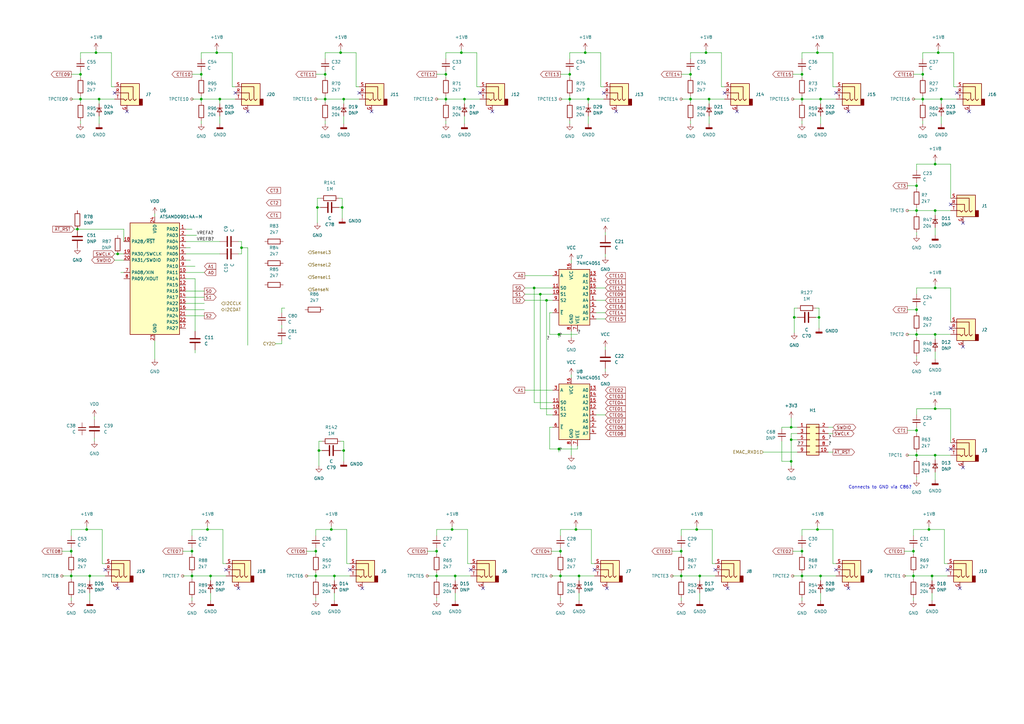
<source format=kicad_sch>
(kicad_sch (version 20230121) (generator eeschema)
  (paper "A3")
  (junction (at 325.755 130.175))
  (junction (at 384.81 21.59))
  (junction (at 29.21 226.06))
  (junction (at 140.97 184.785))
  (junction (at 383.54 118.11))
  (junction (at 237.49 236.22))
  (junction (at 328.93 236.22))
  (junction (at 133.35 40.64))
  (junction (at 383.54 167.64))
  (junction (at 229.87 236.22))
  (junction (at 335.28 217.17))
  (junction (at 33.02 40.64))
  (junction (at 374.65 236.22))
  (junction (at 240.03 21.59))
  (junction (at 324.485 189.23))
  (junction (at 35.56 217.17))
  (junction (at 383.54 67.31))
  (junction (at 375.92 176.53))
  (junction (at 140.335 85.09))
  (junction (at 233.68 30.48))
  (junction (at 336.55 236.22))
  (junction (at 139.7 21.59))
  (junction (at 40.64 40.64))
  (junction (at 179.07 226.06))
  (junction (at 289.56 21.59))
  (junction (at 285.75 217.17))
  (junction (at 99.06 101.6))
  (junction (at 133.35 30.48))
  (junction (at 130.175 85.09))
  (junction (at 324.485 180.34))
  (junction (at 381 217.17))
  (junction (at 179.07 236.22))
  (junction (at 39.37 21.59))
  (junction (at 221.615 120.65))
  (junction (at 383.54 137.16))
  (junction (at 324.485 175.26))
  (junction (at 130.81 184.785))
  (junction (at 85.09 217.17))
  (junction (at 386.08 40.64))
  (junction (at 182.88 40.64))
  (junction (at 86.36 236.22))
  (junction (at 287.02 236.22))
  (junction (at 375.92 186.69))
  (junction (at 375.92 127))
  (junction (at 135.89 217.17))
  (junction (at 328.93 226.06))
  (junction (at 33.02 30.48))
  (junction (at 48.26 104.14))
  (junction (at 283.21 30.48))
  (junction (at 335.915 130.175))
  (junction (at 190.5 40.64))
  (junction (at 29.21 236.22))
  (junction (at 129.54 236.22))
  (junction (at 335.28 21.59))
  (junction (at 31.75 93.98))
  (junction (at 189.23 21.59))
  (junction (at 78.74 226.06))
  (junction (at 137.16 236.22))
  (junction (at 182.88 30.48))
  (junction (at 279.4 226.06))
  (junction (at 129.54 226.06))
  (junction (at 140.97 40.64))
  (junction (at 185.42 217.17))
  (junction (at 328.93 40.64))
  (junction (at 82.55 30.48))
  (junction (at 375.92 76.2))
  (junction (at 375.92 86.36))
  (junction (at 88.9 21.59))
  (junction (at 233.68 40.64))
  (junction (at 383.54 86.36))
  (junction (at 36.83 236.22))
  (junction (at 229.235 184.15))
  (junction (at 374.65 226.06))
  (junction (at 382.27 236.22))
  (junction (at 283.21 40.64))
  (junction (at 186.69 236.22))
  (junction (at 229.235 137.16))
  (junction (at 241.3 40.64))
  (junction (at 219.075 118.11))
  (junction (at 90.17 40.64))
  (junction (at 378.46 30.48))
  (junction (at 229.87 226.06))
  (junction (at 336.55 40.64))
  (junction (at 375.92 137.16))
  (junction (at 82.55 40.64))
  (junction (at 78.74 236.22))
  (junction (at 290.83 40.64))
  (junction (at 224.155 123.19))
  (junction (at 378.46 40.64))
  (junction (at 236.22 217.17))
  (junction (at 383.54 186.69))
  (junction (at 328.93 30.48))
  (junction (at 279.4 236.22))
  (no_connect (at 147.32 38.1))
  (no_connect (at 92.71 233.68))
  (no_connect (at 394.97 191.77))
  (no_connect (at 297.18 38.1))
  (no_connect (at 198.12 241.3))
  (no_connect (at 302.26 45.72))
  (no_connect (at 201.93 45.72))
  (no_connect (at 293.37 233.68))
  (no_connect (at 46.99 38.1))
  (no_connect (at 252.73 45.72))
  (no_connect (at 193.04 233.68))
  (no_connect (at 342.9 233.68))
  (no_connect (at 148.59 241.3))
  (no_connect (at 342.9 38.1))
  (no_connect (at 247.65 38.1))
  (no_connect (at 101.6 45.72))
  (no_connect (at 97.79 241.3))
  (no_connect (at 143.51 233.68))
  (no_connect (at 52.07 45.72))
  (no_connect (at 152.4 45.72))
  (no_connect (at 394.97 91.44))
  (no_connect (at 347.98 45.72))
  (no_connect (at 43.18 233.68))
  (no_connect (at 388.62 233.68))
  (no_connect (at 347.98 241.3))
  (no_connect (at 392.43 38.1))
  (no_connect (at 196.85 38.1))
  (no_connect (at 298.45 241.3))
  (no_connect (at 394.97 142.24))
  (no_connect (at 96.52 38.1))
  (no_connect (at 243.84 233.68))
  (no_connect (at 48.26 241.3))
  (no_connect (at 389.89 134.62))
  (no_connect (at 389.89 83.82))
  (no_connect (at 389.89 184.15))
  (no_connect (at 248.92 241.3))
  (no_connect (at 393.7 241.3))
  (no_connect (at 397.51 45.72))
  (wire (pts (xy 335.915 126.365) (xy 335.915 130.175)))
  (wire (pts (xy 383.54 144.145) (xy 383.54 147.32)))
  (wire (pts (xy 186.69 238.125) (xy 186.69 236.22)))
  (wire (pts (xy 328.93 246.38) (xy 328.93 245.11)))
  (wire (pts (xy 325.12 226.06) (xy 328.93 226.06)))
  (wire (pts (xy 95.25 21.59) (xy 95.25 35.56)))
  (wire (pts (xy 88.9 20.32) (xy 88.9 21.59)))
  (wire (pts (xy 185.42 217.17) (xy 191.77 217.17)))
  (wire (pts (xy 179.07 40.64) (xy 182.88 40.64)))
  (wire (pts (xy 378.46 40.64) (xy 378.46 39.37)))
  (wire (pts (xy 320.675 180.975) (xy 320.675 189.23)))
  (wire (pts (xy 335.28 215.9) (xy 335.28 217.17)))
  (wire (pts (xy 31.75 93.98) (xy 50.8 93.98)))
  (wire (pts (xy 234.315 106.68) (xy 234.315 107.95)))
  (wire (pts (xy 375.92 196.85) (xy 375.92 195.58)))
  (wire (pts (xy 101.6 101.6) (xy 101.6 141.605)))
  (wire (pts (xy 229.87 40.64) (xy 233.68 40.64)))
  (wire (pts (xy 135.89 215.9) (xy 135.89 217.17)))
  (wire (pts (xy 370.84 236.22) (xy 374.65 236.22)))
  (wire (pts (xy 279.4 237.49) (xy 279.4 236.22)))
  (wire (pts (xy 175.26 226.06) (xy 179.07 226.06)))
  (wire (pts (xy 383.54 167.64) (xy 389.89 167.64)))
  (wire (pts (xy 335.28 21.59) (xy 341.63 21.59)))
  (wire (pts (xy 25.4 226.06) (xy 29.21 226.06)))
  (wire (pts (xy 33.02 21.59) (xy 39.37 21.59)))
  (wire (pts (xy 324.485 171.45) (xy 324.485 175.26)))
  (wire (pts (xy 82.55 31.75) (xy 82.55 30.48)))
  (wire (pts (xy 290.83 40.64) (xy 297.18 40.64)))
  (wire (pts (xy 29.21 30.48) (xy 33.02 30.48)))
  (wire (pts (xy 189.23 21.59) (xy 195.58 21.59)))
  (wire (pts (xy 80.01 143.51) (xy 80.01 144.78)))
  (wire (pts (xy 82.55 30.48) (xy 82.55 29.21)))
  (wire (pts (xy 224.155 123.19) (xy 226.695 123.19)))
  (wire (pts (xy 78.74 226.06) (xy 78.74 224.79)))
  (wire (pts (xy 76.2 101.6) (xy 78.105 101.6)))
  (wire (pts (xy 63.5 139.7) (xy 63.5 147.32)))
  (wire (pts (xy 328.93 40.64) (xy 328.93 39.37)))
  (wire (pts (xy 383.54 193.675) (xy 383.54 196.85)))
  (wire (pts (xy 285.75 215.9) (xy 285.75 217.17)))
  (wire (pts (xy 324.485 175.26) (xy 327.025 175.26)))
  (wire (pts (xy 279.4 217.17) (xy 285.75 217.17)))
  (wire (pts (xy 241.3 40.64) (xy 247.65 40.64)))
  (wire (pts (xy 129.54 236.22) (xy 129.54 234.95)))
  (wire (pts (xy 295.91 35.56) (xy 297.18 35.56)))
  (wire (pts (xy 146.05 21.59) (xy 146.05 35.56)))
  (wire (pts (xy 325.755 130.175) (xy 325.755 136.525)))
  (wire (pts (xy 82.55 41.91) (xy 82.55 40.64)))
  (wire (pts (xy 76.2 104.14) (xy 90.17 104.14)))
  (wire (pts (xy 236.855 182.88) (xy 236.855 184.15)))
  (wire (pts (xy 387.35 231.14) (xy 388.62 231.14)))
  (wire (pts (xy 375.92 186.69) (xy 383.54 186.69)))
  (wire (pts (xy 29.21 237.49) (xy 29.21 236.22)))
  (wire (pts (xy 221.615 120.65) (xy 221.615 167.64)))
  (wire (pts (xy 225.425 137.16) (xy 229.235 137.16)))
  (wire (pts (xy 339.725 177.8) (xy 341.63 177.8)))
  (wire (pts (xy 82.55 40.64) (xy 90.17 40.64)))
  (wire (pts (xy 39.37 21.59) (xy 45.72 21.59)))
  (wire (pts (xy 383.54 118.11) (xy 389.89 118.11)))
  (wire (pts (xy 391.16 35.56) (xy 392.43 35.56)))
  (wire (pts (xy 279.4 30.48) (xy 283.21 30.48)))
  (wire (pts (xy 375.92 167.64) (xy 375.92 170.18)))
  (wire (pts (xy 139.7 180.975) (xy 140.97 180.975)))
  (wire (pts (xy 33.02 41.91) (xy 33.02 40.64)))
  (wire (pts (xy 325.12 40.64) (xy 328.93 40.64)))
  (wire (pts (xy 76.2 114.3) (xy 80.01 114.3)))
  (wire (pts (xy 185.42 215.9) (xy 185.42 217.17)))
  (wire (pts (xy 289.56 20.32) (xy 289.56 21.59)))
  (wire (pts (xy 374.65 40.64) (xy 378.46 40.64)))
  (wire (pts (xy 82.55 40.64) (xy 82.55 39.37)))
  (wire (pts (xy 375.92 186.69) (xy 375.92 185.42)))
  (wire (pts (xy 292.1 217.17) (xy 292.1 231.14)))
  (wire (pts (xy 283.21 41.91) (xy 283.21 40.64)))
  (wire (pts (xy 328.93 237.49) (xy 328.93 236.22)))
  (wire (pts (xy 229.87 217.17) (xy 229.87 219.71)))
  (wire (pts (xy 233.68 21.59) (xy 240.03 21.59)))
  (wire (pts (xy 248.285 142.24) (xy 248.285 143.51)))
  (wire (pts (xy 182.88 40.64) (xy 182.88 39.37)))
  (wire (pts (xy 129.54 226.06) (xy 129.54 224.79)))
  (wire (pts (xy 50.8 93.98) (xy 50.8 99.06)))
  (wire (pts (xy 328.93 217.17) (xy 335.28 217.17)))
  (wire (pts (xy 125.73 236.22) (xy 129.54 236.22)))
  (wire (pts (xy 375.92 96.52) (xy 375.92 95.25)))
  (wire (pts (xy 341.63 35.56) (xy 342.9 35.56)))
  (wire (pts (xy 33.02 30.48) (xy 33.02 29.21)))
  (wire (pts (xy 378.46 50.8) (xy 378.46 49.53)))
  (wire (pts (xy 135.89 217.17) (xy 142.24 217.17)))
  (wire (pts (xy 229.87 227.33) (xy 229.87 226.06)))
  (wire (pts (xy 339.725 185.42) (xy 341.63 185.42)))
  (wire (pts (xy 133.35 21.59) (xy 139.7 21.59)))
  (wire (pts (xy 279.4 40.64) (xy 283.21 40.64)))
  (wire (pts (xy 78.74 40.64) (xy 82.55 40.64)))
  (wire (pts (xy 76.2 129.54) (xy 83.82 129.54)))
  (wire (pts (xy 233.68 21.59) (xy 233.68 24.13)))
  (wire (pts (xy 225.425 128.27) (xy 225.425 137.16)))
  (wire (pts (xy 97.79 104.14) (xy 99.06 104.14)))
  (wire (pts (xy 99.06 99.06) (xy 97.79 99.06)))
  (wire (pts (xy 324.485 189.23) (xy 324.485 191.135)))
  (wire (pts (xy 182.88 40.64) (xy 190.5 40.64)))
  (wire (pts (xy 391.16 21.59) (xy 391.16 35.56)))
  (wire (pts (xy 383.54 188.595) (xy 383.54 186.69)))
  (wire (pts (xy 139.7 21.59) (xy 146.05 21.59)))
  (wire (pts (xy 33.02 40.64) (xy 33.02 39.37)))
  (wire (pts (xy 179.07 227.33) (xy 179.07 226.06)))
  (wire (pts (xy 375.92 167.64) (xy 383.54 167.64)))
  (wire (pts (xy 336.55 47.625) (xy 336.55 50.8)))
  (wire (pts (xy 35.56 217.17) (xy 41.91 217.17)))
  (wire (pts (xy 324.485 177.8) (xy 324.485 180.34)))
  (wire (pts (xy 129.54 217.17) (xy 135.89 217.17)))
  (wire (pts (xy 327.025 126.365) (xy 325.755 126.365)))
  (wire (pts (xy 76.2 106.68) (xy 78.105 106.68)))
  (wire (pts (xy 375.92 67.31) (xy 383.54 67.31)))
  (wire (pts (xy 229.235 184.15) (xy 225.425 184.15)))
  (wire (pts (xy 240.03 21.59) (xy 246.38 21.59)))
  (wire (pts (xy 328.93 21.59) (xy 328.93 24.13)))
  (wire (pts (xy 90.17 40.64) (xy 96.52 40.64)))
  (wire (pts (xy 80.01 114.3) (xy 80.01 135.89)))
  (wire (pts (xy 248.285 151.13) (xy 248.285 152.4)))
  (wire (pts (xy 389.89 181.61) (xy 389.89 167.64)))
  (wire (pts (xy 215.265 120.65) (xy 221.615 120.65)))
  (wire (pts (xy 241.3 47.625) (xy 241.3 50.8)))
  (wire (pts (xy 328.93 50.8) (xy 328.93 49.53)))
  (wire (pts (xy 133.35 41.91) (xy 133.35 40.64)))
  (wire (pts (xy 229.235 137.16) (xy 229.235 138.43)))
  (wire (pts (xy 328.93 40.64) (xy 336.55 40.64)))
  (wire (pts (xy 137.16 238.125) (xy 137.16 236.22)))
  (wire (pts (xy 287.02 236.22) (xy 293.37 236.22)))
  (wire (pts (xy 215.265 123.19) (xy 224.155 123.19)))
  (wire (pts (xy 279.4 236.22) (xy 279.4 234.95)))
  (wire (pts (xy 378.46 31.75) (xy 378.46 30.48)))
  (wire (pts (xy 113.03 140.97) (xy 115.57 140.97)))
  (wire (pts (xy 374.65 237.49) (xy 374.65 236.22)))
  (wire (pts (xy 375.92 86.36) (xy 375.92 85.09)))
  (wire (pts (xy 129.54 237.49) (xy 129.54 236.22)))
  (wire (pts (xy 244.475 118.11) (xy 248.285 118.11)))
  (wire (pts (xy 383.54 166.37) (xy 383.54 167.64)))
  (wire (pts (xy 182.88 30.48) (xy 182.88 29.21)))
  (wire (pts (xy 382.27 238.125) (xy 382.27 236.22)))
  (wire (pts (xy 140.97 184.785) (xy 140.97 189.23)))
  (wire (pts (xy 324.485 180.34) (xy 327.025 180.34)))
  (wire (pts (xy 33.02 50.8) (xy 33.02 49.53)))
  (wire (pts (xy 33.02 31.75) (xy 33.02 30.48)))
  (wire (pts (xy 383.54 116.84) (xy 383.54 118.11)))
  (wire (pts (xy 334.645 130.175) (xy 335.915 130.175)))
  (wire (pts (xy 29.21 227.33) (xy 29.21 226.06)))
  (wire (pts (xy 33.02 40.64) (xy 40.64 40.64)))
  (wire (pts (xy 226.06 236.22) (xy 229.87 236.22)))
  (wire (pts (xy 375.92 187.96) (xy 375.92 186.69)))
  (wire (pts (xy 76.2 96.52) (xy 80.645 96.52)))
  (wire (pts (xy 179.07 226.06) (xy 179.07 224.79)))
  (wire (pts (xy 36.83 238.125) (xy 36.83 236.22)))
  (wire (pts (xy 39.37 20.32) (xy 39.37 21.59)))
  (wire (pts (xy 195.58 21.59) (xy 195.58 35.56)))
  (wire (pts (xy 226.695 120.65) (xy 221.615 120.65)))
  (wire (pts (xy 375.92 138.43) (xy 375.92 137.16)))
  (wire (pts (xy 99.06 101.6) (xy 101.6 101.6)))
  (wire (pts (xy 130.81 180.975) (xy 130.81 184.785)))
  (wire (pts (xy 29.21 236.22) (xy 36.83 236.22)))
  (wire (pts (xy 132.08 180.975) (xy 130.81 180.975)))
  (wire (pts (xy 191.77 231.14) (xy 193.04 231.14)))
  (wire (pts (xy 139.7 184.785) (xy 140.97 184.785)))
  (wire (pts (xy 328.93 41.91) (xy 328.93 40.64)))
  (wire (pts (xy 46.99 104.14) (xy 48.26 104.14)))
  (wire (pts (xy 246.38 21.59) (xy 246.38 35.56)))
  (wire (pts (xy 383.54 66.04) (xy 383.54 67.31)))
  (wire (pts (xy 237.49 238.125) (xy 237.49 236.22)))
  (wire (pts (xy 328.93 30.48) (xy 328.93 29.21)))
  (wire (pts (xy 76.2 99.06) (xy 90.17 99.06)))
  (wire (pts (xy 336.55 238.125) (xy 336.55 236.22)))
  (wire (pts (xy 375.92 127) (xy 375.92 125.73)))
  (wire (pts (xy 233.68 40.64) (xy 241.3 40.64)))
  (wire (pts (xy 246.38 35.56) (xy 247.65 35.56)))
  (wire (pts (xy 290.83 47.625) (xy 290.83 50.8)))
  (wire (pts (xy 88.9 21.59) (xy 95.25 21.59)))
  (wire (pts (xy 335.915 130.175) (xy 335.915 134.62)))
  (wire (pts (xy 386.08 40.64) (xy 392.43 40.64)))
  (wire (pts (xy 182.88 21.59) (xy 182.88 24.13)))
  (wire (pts (xy 384.81 21.59) (xy 391.16 21.59)))
  (wire (pts (xy 374.65 236.22) (xy 382.27 236.22)))
  (wire (pts (xy 76.2 127) (xy 83.82 127)))
  (wire (pts (xy 215.265 118.11) (xy 219.075 118.11)))
  (wire (pts (xy 328.93 31.75) (xy 328.93 30.48)))
  (wire (pts (xy 324.485 180.34) (xy 324.485 189.23)))
  (wire (pts (xy 78.74 227.33) (xy 78.74 226.06)))
  (wire (pts (xy 374.65 30.48) (xy 378.46 30.48)))
  (wire (pts (xy 182.88 31.75) (xy 182.88 30.48)))
  (wire (pts (xy 320.675 189.23) (xy 324.485 189.23)))
  (wire (pts (xy 236.22 217.17) (xy 242.57 217.17)))
  (wire (pts (xy 86.36 236.22) (xy 92.71 236.22)))
  (wire (pts (xy 133.35 21.59) (xy 133.35 24.13)))
  (wire (pts (xy 76.2 111.76) (xy 83.82 111.76)))
  (wire (pts (xy 283.21 40.64) (xy 283.21 39.37)))
  (wire (pts (xy 219.075 165.1) (xy 226.695 165.1)))
  (wire (pts (xy 179.07 217.17) (xy 185.42 217.17)))
  (wire (pts (xy 233.68 40.64) (xy 233.68 39.37)))
  (wire (pts (xy 283.21 50.8) (xy 283.21 49.53)))
  (wire (pts (xy 78.74 236.22) (xy 78.74 234.95)))
  (wire (pts (xy 339.725 175.26) (xy 341.63 175.26)))
  (wire (pts (xy 139.065 85.09) (xy 140.335 85.09)))
  (wire (pts (xy 375.92 176.53) (xy 375.92 175.26)))
  (wire (pts (xy 375.92 87.63) (xy 375.92 86.36)))
  (wire (pts (xy 383.54 67.31) (xy 389.89 67.31)))
  (wire (pts (xy 179.07 30.48) (xy 182.88 30.48)))
  (wire (pts (xy 374.65 217.17) (xy 381 217.17)))
  (wire (pts (xy 186.69 243.205) (xy 186.69 246.38)))
  (wire (pts (xy 378.46 30.48) (xy 378.46 29.21)))
  (wire (pts (xy 372.11 137.16) (xy 375.92 137.16)))
  (wire (pts (xy 242.57 217.17) (xy 242.57 231.14)))
  (wire (pts (xy 78.74 236.22) (xy 86.36 236.22)))
  (wire (pts (xy 244.475 130.81) (xy 248.285 130.81)))
  (wire (pts (xy 33.02 21.59) (xy 33.02 24.13)))
  (wire (pts (xy 137.16 236.22) (xy 143.51 236.22)))
  (wire (pts (xy 328.93 217.17) (xy 328.93 219.71)))
  (wire (pts (xy 372.11 186.69) (xy 375.92 186.69)))
  (wire (pts (xy 229.87 226.06) (xy 229.87 224.79)))
  (wire (pts (xy 328.93 236.22) (xy 328.93 234.95)))
  (wire (pts (xy 130.81 184.785) (xy 130.81 191.135)))
  (wire (pts (xy 381 217.17) (xy 387.35 217.17)))
  (wire (pts (xy 179.07 236.22) (xy 179.07 234.95)))
  (wire (pts (xy 30.48 93.98) (xy 31.75 93.98)))
  (wire (pts (xy 225.425 184.15) (xy 225.425 175.26)))
  (wire (pts (xy 125.73 226.06) (xy 129.54 226.06)))
  (wire (pts (xy 237.49 243.205) (xy 237.49 246.38)))
  (wire (pts (xy 324.485 177.8) (xy 327.025 177.8)))
  (wire (pts (xy 229.87 237.49) (xy 229.87 236.22)))
  (wire (pts (xy 91.44 217.17) (xy 91.44 231.14)))
  (wire (pts (xy 41.91 217.17) (xy 41.91 231.14)))
  (wire (pts (xy 139.7 20.32) (xy 139.7 21.59)))
  (wire (pts (xy 375.92 77.47) (xy 375.92 76.2)))
  (wire (pts (xy 328.93 226.06) (xy 328.93 224.79)))
  (wire (pts (xy 140.335 81.28) (xy 140.335 85.09)))
  (wire (pts (xy 45.72 35.56) (xy 46.99 35.56)))
  (wire (pts (xy 86.36 238.125) (xy 86.36 236.22)))
  (wire (pts (xy 375.92 137.16) (xy 383.54 137.16)))
  (wire (pts (xy 387.35 217.17) (xy 387.35 231.14)))
  (wire (pts (xy 133.35 30.48) (xy 133.35 29.21)))
  (wire (pts (xy 384.81 20.32) (xy 384.81 21.59)))
  (wire (pts (xy 133.35 31.75) (xy 133.35 30.48)))
  (wire (pts (xy 335.28 217.17) (xy 341.63 217.17)))
  (wire (pts (xy 41.91 231.14) (xy 43.18 231.14)))
  (wire (pts (xy 78.74 217.17) (xy 78.74 219.71)))
  (wire (pts (xy 383.54 186.69) (xy 389.89 186.69)))
  (wire (pts (xy 229.235 184.15) (xy 229.235 185.42)))
  (wire (pts (xy 242.57 231.14) (xy 243.84 231.14)))
  (wire (pts (xy 372.11 86.36) (xy 375.92 86.36)))
  (wire (pts (xy 36.83 243.205) (xy 36.83 246.38)))
  (wire (pts (xy 383.54 139.065) (xy 383.54 137.16)))
  (wire (pts (xy 142.24 217.17) (xy 142.24 231.14)))
  (wire (pts (xy 279.4 217.17) (xy 279.4 219.71)))
  (wire (pts (xy 215.265 113.03) (xy 226.695 113.03)))
  (wire (pts (xy 229.235 137.16) (xy 236.855 137.16)))
  (wire (pts (xy 29.21 246.38) (xy 29.21 245.11)))
  (wire (pts (xy 336.55 243.205) (xy 336.55 246.38)))
  (wire (pts (xy 381 215.9) (xy 381 217.17)))
  (wire (pts (xy 82.55 21.59) (xy 82.55 24.13)))
  (wire (pts (xy 336.55 42.545) (xy 336.55 40.64)))
  (wire (pts (xy 90.17 47.625) (xy 90.17 50.8)))
  (wire (pts (xy 389.89 81.28) (xy 389.89 67.31)))
  (wire (pts (xy 378.46 21.59) (xy 384.81 21.59)))
  (wire (pts (xy 374.65 217.17) (xy 374.65 219.71)))
  (wire (pts (xy 229.87 217.17) (xy 236.22 217.17)))
  (wire (pts (xy 279.4 236.22) (xy 287.02 236.22)))
  (wire (pts (xy 290.83 42.545) (xy 290.83 40.64)))
  (wire (pts (xy 287.02 243.205) (xy 287.02 246.38)))
  (wire (pts (xy 74.93 236.22) (xy 78.74 236.22)))
  (wire (pts (xy 190.5 40.64) (xy 196.85 40.64)))
  (wire (pts (xy 38.735 170.815) (xy 38.735 172.085)))
  (wire (pts (xy 279.4 246.38) (xy 279.4 245.11)))
  (wire (pts (xy 244.475 123.19) (xy 248.285 123.19)))
  (wire (pts (xy 99.06 101.6) (xy 99.06 104.14)))
  (wire (pts (xy 225.425 175.26) (xy 226.695 175.26)))
  (wire (pts (xy 226.06 226.06) (xy 229.87 226.06)))
  (wire (pts (xy 375.92 76.2) (xy 375.92 74.93)))
  (wire (pts (xy 74.93 226.06) (xy 78.74 226.06)))
  (wire (pts (xy 76.2 124.46) (xy 83.82 124.46)))
  (wire (pts (xy 375.92 177.8) (xy 375.92 176.53)))
  (wire (pts (xy 186.69 236.22) (xy 193.04 236.22)))
  (wire (pts (xy 179.07 236.22) (xy 186.69 236.22)))
  (wire (pts (xy 90.17 42.545) (xy 90.17 40.64)))
  (wire (pts (xy 313.055 185.42) (xy 327.025 185.42)))
  (wire (pts (xy 341.63 231.14) (xy 342.9 231.14)))
  (wire (pts (xy 85.09 215.9) (xy 85.09 217.17)))
  (wire (pts (xy 328.93 21.59) (xy 335.28 21.59)))
  (wire (pts (xy 91.44 231.14) (xy 92.71 231.14)))
  (wire (pts (xy 175.26 236.22) (xy 179.07 236.22)))
  (wire (pts (xy 191.77 217.17) (xy 191.77 231.14)))
  (wire (pts (xy 233.68 30.48) (xy 233.68 29.21)))
  (wire (pts (xy 38.735 179.705) (xy 38.735 180.975)))
  (wire (pts (xy 133.35 40.64) (xy 140.97 40.64)))
  (wire (pts (xy 375.92 128.27) (xy 375.92 127)))
  (wire (pts (xy 130.175 85.09) (xy 131.445 85.09)))
  (wire (pts (xy 335.28 20.32) (xy 335.28 21.59)))
  (wire (pts (xy 285.75 217.17) (xy 292.1 217.17)))
  (wire (pts (xy 219.075 118.11) (xy 219.075 165.1)))
  (wire (pts (xy 341.63 217.17) (xy 341.63 231.14)))
  (wire (pts (xy 221.615 167.64) (xy 226.695 167.64)))
  (wire (pts (xy 226.695 118.11) (xy 219.075 118.11)))
  (wire (pts (xy 229.87 246.38) (xy 229.87 245.11)))
  (wire (pts (xy 275.59 226.06) (xy 279.4 226.06)))
  (wire (pts (xy 85.09 217.17) (xy 91.44 217.17)))
  (wire (pts (xy 133.35 40.64) (xy 133.35 39.37)))
  (wire (pts (xy 142.24 231.14) (xy 143.51 231.14)))
  (wire (pts (xy 99.06 101.6) (xy 99.06 99.06)))
  (wire (pts (xy 229.87 236.22) (xy 229.87 234.95)))
  (wire (pts (xy 76.2 93.98) (xy 78.74 93.98)))
  (wire (pts (xy 224.155 170.18) (xy 224.155 123.19)))
  (wire (pts (xy 182.88 21.59) (xy 189.23 21.59)))
  (wire (pts (xy 146.05 35.56) (xy 147.32 35.56)))
  (wire (pts (xy 78.74 237.49) (xy 78.74 236.22)))
  (wire (pts (xy 233.68 50.8) (xy 233.68 49.53)))
  (wire (pts (xy 182.88 50.8) (xy 182.88 49.53)))
  (wire (pts (xy 95.25 35.56) (xy 96.52 35.56)))
  (wire (pts (xy 374.65 236.22) (xy 374.65 234.95)))
  (wire (pts (xy 244.475 128.27) (xy 248.285 128.27)))
  (wire (pts (xy 386.08 42.545) (xy 386.08 40.64)))
  (wire (pts (xy 370.84 226.06) (xy 374.65 226.06)))
  (wire (pts (xy 76.2 109.22) (xy 80.01 109.22)))
  (wire (pts (xy 287.02 238.125) (xy 287.02 236.22)))
  (wire (pts (xy 325.12 236.22) (xy 328.93 236.22)))
  (wire (pts (xy 140.97 42.545) (xy 140.97 40.64)))
  (wire (pts (xy 215.265 160.02) (xy 226.695 160.02)))
  (wire (pts (xy 375.92 118.11) (xy 375.92 120.65)))
  (wire (pts (xy 140.97 180.975) (xy 140.97 184.785)))
  (wire (pts (xy 341.63 21.59) (xy 341.63 35.56)))
  (wire (pts (xy 29.21 40.64) (xy 33.02 40.64)))
  (wire (pts (xy 179.07 246.38) (xy 179.07 245.11)))
  (wire (pts (xy 40.64 40.64) (xy 46.99 40.64)))
  (wire (pts (xy 115.57 126.365) (xy 116.84 126.365)))
  (wire (pts (xy 82.55 50.8) (xy 82.55 49.53)))
  (wire (pts (xy 389.89 132.08) (xy 389.89 118.11)))
  (wire (pts (xy 378.46 21.59) (xy 378.46 24.13)))
  (wire (pts (xy 383.54 93.345) (xy 383.54 96.52)))
  (wire (pts (xy 35.56 215.9) (xy 35.56 217.17)))
  (wire (pts (xy 248.285 104.14) (xy 248.285 105.41)))
  (wire (pts (xy 234.315 153.67) (xy 234.315 154.94)))
  (wire (pts (xy 279.4 226.06) (xy 279.4 224.79)))
  (wire (pts (xy 275.59 236.22) (xy 279.4 236.22)))
  (wire (pts (xy 324.485 175.26) (xy 320.675 175.26)))
  (wire (pts (xy 244.475 170.18) (xy 248.285 170.18)))
  (wire (pts (xy 382.27 236.22) (xy 388.62 236.22)))
  (wire (pts (xy 229.87 236.22) (xy 237.49 236.22)))
  (wire (pts (xy 29.21 217.17) (xy 29.21 219.71)))
  (wire (pts (xy 233.68 31.75) (xy 233.68 30.48)))
  (wire (pts (xy 248.285 95.25) (xy 248.285 96.52)))
  (wire (pts (xy 386.08 47.625) (xy 386.08 50.8)))
  (wire (pts (xy 375.92 147.32) (xy 375.92 146.05)))
  (wire (pts (xy 76.2 119.38) (xy 83.82 119.38)))
  (wire (pts (xy 234.315 182.88) (xy 234.315 186.69)))
  (wire (pts (xy 374.65 226.06) (xy 374.65 224.79)))
  (wire (pts (xy 45.72 21.59) (xy 45.72 35.56)))
  (wire (pts (xy 375.92 137.16) (xy 375.92 135.89)))
  (wire (pts (xy 190.5 42.545) (xy 190.5 40.64)))
  (wire (pts (xy 29.21 226.06) (xy 29.21 224.79)))
  (wire (pts (xy 139.065 81.28) (xy 140.335 81.28)))
  (wire (pts (xy 325.755 130.175) (xy 327.025 130.175)))
  (wire (pts (xy 279.4 227.33) (xy 279.4 226.06)))
  (wire (pts (xy 189.23 20.32) (xy 189.23 21.59)))
  (wire (pts (xy 133.35 50.8) (xy 133.35 49.53)))
  (wire (pts (xy 226.695 128.27) (xy 225.425 128.27)))
  (wire (pts (xy 78.74 30.48) (xy 82.55 30.48)))
  (wire (pts (xy 334.645 126.365) (xy 335.915 126.365)))
  (wire (pts (xy 383.54 86.36) (xy 389.89 86.36)))
  (wire (pts (xy 130.81 184.785) (xy 132.08 184.785)))
  (wire (pts (xy 40.64 47.625) (xy 40.64 50.8)))
  (wire (pts (xy 140.97 47.625) (xy 140.97 50.8)))
  (wire (pts (xy 76.2 121.92) (xy 83.82 121.92)))
  (wire (pts (xy 182.88 41.91) (xy 182.88 40.64)))
  (wire (pts (xy 140.97 40.64) (xy 147.32 40.64)))
  (wire (pts (xy 283.21 21.59) (xy 289.56 21.59)))
  (wire (pts (xy 336.55 40.64) (xy 342.9 40.64)))
  (wire (pts (xy 328.93 236.22) (xy 336.55 236.22)))
  (wire (pts (xy 325.12 30.48) (xy 328.93 30.48)))
  (wire (pts (xy 82.55 21.59) (xy 88.9 21.59)))
  (wire (pts (xy 375.92 118.11) (xy 383.54 118.11)))
  (wire (pts (xy 233.68 41.91) (xy 233.68 40.64)))
  (wire (pts (xy 383.54 88.265) (xy 383.54 86.36)))
  (wire (pts (xy 78.74 246.38) (xy 78.74 245.11)))
  (wire (pts (xy 129.54 40.64) (xy 133.35 40.64)))
  (wire (pts (xy 372.11 76.2) (xy 375.92 76.2)))
  (wire (pts (xy 130.175 85.09) (xy 130.175 91.44)))
  (wire (pts (xy 129.54 217.17) (xy 129.54 219.71)))
  (wire (pts (xy 374.65 227.33) (xy 374.65 226.06)))
  (wire (pts (xy 29.21 236.22) (xy 29.21 234.95)))
  (wire (pts (xy 382.27 243.205) (xy 382.27 246.38)))
  (wire (pts (xy 283.21 31.75) (xy 283.21 30.48)))
  (wire (pts (xy 29.21 217.17) (xy 35.56 217.17)))
  (wire (pts (xy 46.99 106.68) (xy 50.8 106.68)))
  (wire (pts (xy 328.93 227.33) (xy 328.93 226.06)))
  (wire (pts (xy 289.56 21.59) (xy 295.91 21.59)))
  (wire (pts (xy 241.3 42.545) (xy 241.3 40.64)))
  (wire (pts (xy 295.91 21.59) (xy 295.91 35.56)))
  (wire (pts (xy 179.07 217.17) (xy 179.07 219.71)))
  (wire (pts (xy 378.46 41.91) (xy 378.46 40.64)))
  (wire (pts (xy 336.55 236.22) (xy 342.9 236.22)))
  (wire (pts (xy 36.83 236.22) (xy 43.18 236.22)))
  (wire (pts (xy 49.53 111.76) (xy 50.8 111.76)))
  (wire (pts (xy 372.11 127) (xy 375.92 127)))
  (wire (pts (xy 115.57 133.35) (xy 115.57 134.62)))
  (wire (pts (xy 226.695 170.18) (xy 224.155 170.18)))
  (wire (pts (xy 130.175 81.28) (xy 130.175 85.09)))
  (wire (pts (xy 86.36 243.205) (xy 86.36 246.38)))
  (wire (pts (xy 40.64 42.545) (xy 40.64 40.64)))
  (wire (pts (xy 374.65 246.38) (xy 374.65 245.11)))
  (wire (pts (xy 240.03 20.32) (xy 240.03 21.59)))
  (wire (pts (xy 131.445 81.28) (xy 130.175 81.28)))
  (wire (pts (xy 195.58 35.56) (xy 196.85 35.56)))
  (wire (pts (xy 325.755 126.365) (xy 325.755 130.175)))
  (wire (pts (xy 63.5 87.63) (xy 63.5 88.9)))
  (wire (pts (xy 236.22 215.9) (xy 236.22 217.17)))
  (wire (pts (xy 283.21 30.48) (xy 283.21 29.21)))
  (wire (pts (xy 383.54 137.16) (xy 389.89 137.16)))
  (wire (pts (xy 190.5 47.625) (xy 190.5 50.8)))
  (wire (pts (xy 140.335 85.09) (xy 140.335 89.535)))
  (wire (pts (xy 25.4 236.22) (xy 29.21 236.22)))
  (wire (pts (xy 78.74 217.17) (xy 85.09 217.17)))
  (wire (pts (xy 283.21 40.64) (xy 290.83 40.64)))
  (wire (pts (xy 115.57 128.27) (xy 115.57 126.365)))
  (wire (pts (xy 375.92 86.36) (xy 383.54 86.36)))
  (wire (pts (xy 234.315 135.89) (xy 234.315 138.43)))
  (wire (pts (xy 129.54 236.22) (xy 137.16 236.22)))
  (wire (pts (xy 115.57 139.7) (xy 115.57 140.97)))
  (wire (pts (xy 378.46 40.64) (xy 386.08 40.64)))
  (wire (pts (xy 236.855 184.15) (xy 229.235 184.15)))
  (wire (pts (xy 179.07 237.49) (xy 179.07 236.22)))
  (wire (pts (xy 129.54 30.48) (xy 133.35 30.48)))
  (wire (pts (xy 292.1 231.14) (xy 293.37 231.14)))
  (wire (pts (xy 229.87 30.48) (xy 233.68 30.48)))
  (wire (pts (xy 137.16 243.205) (xy 137.16 246.38)))
  (wire (pts (xy 48.26 104.14) (xy 50.8 104.14)))
  (wire (pts (xy 372.11 176.53) (xy 375.92 176.53)))
  (wire (pts (xy 237.49 236.22) (xy 243.84 236.22)))
  (wire (pts (xy 320.675 175.26) (xy 320.675 175.895)))
  (wire (pts (xy 283.21 21.59) (xy 283.21 24.13)))
  (wire (pts (xy 375.92 67.31) (xy 375.92 69.85)))
  (wire (pts (xy 129.54 246.38) (xy 129.54 245.11)))
  (wire (pts (xy 129.54 227.33) (xy 129.54 226.06)))
  (text "Connects to GND via C86?" (at 347.98 200.66 0) (effects (font (size 1.27 1.27)) (justify left bottom)))
  (label "?" (at 236.855 137.16 0))
  (label "VREFA?" (at 80.645 96.52 0))
  (label "VREFB?" (at 80.645 99.06 0))
  (label "?" (at 229.235 185.42 0))
  (label "?" (at 339.725 182.88 0))
  (label "?" (at 327.025 182.88 0))
  (label "?" (at 229.235 138.3957 0))
  (label "?" (at 224.155 139.7 0))
  (label "?" (at 339.725 180.34 0))
  (global_label "S2" (shape output) (at 83.82 129.54 0) (property "Intersheetrefs" "${INTERSHEET_REFS}" (effects hide)))
  (global_label "CTE05" (shape output) (at 175.26 226.06 180) (property "Intersheetrefs" "${INTERSHEET_REFS}" (effects hide)))
  (global_label "CTE08" (shape output) (at 25.4 226.06 180) (property "Intersheetrefs" "${INTERSHEET_REFS}" (effects hide)))
  (global_label "S1" (shape input) (at 215.265 120.65 180) (property "Intersheetrefs" "${INTERSHEET_REFS}" (effects hide)))
  (global_label "CTE15" (shape output) (at 325.12 30.48 180) (property "Intersheetrefs" "${INTERSHEET_REFS}" (effects hide)))
  (global_label "CTE13" (shape output) (at 229.87 30.48 180) (property "Intersheetrefs" "${INTERSHEET_REFS}" (effects hide)))
  (global_label "CT3" (shape output) (at 372.11 76.2 180) (property "Intersheetrefs" "${INTERSHEET_REFS}" (effects hide)))
  (global_label "CTE11" (shape input) (at 248.285 115.57 0) (property "Intersheetrefs" "${INTERSHEET_REFS}" (effects hide)))
  (global_label "S0" (shape output) (at 83.82 119.38 0) (property "Intersheetrefs" "${INTERSHEET_REFS}" (effects hide)))
  (global_label "CTE07" (shape input) (at 248.285 172.72 0) (property "Intersheetrefs" "${INTERSHEET_REFS}" (effects hide)))
  (global_label "A1" (shape input) (at 83.82 109.22 0) (property "Intersheetrefs" "${INTERSHEET_REFS}" (effects hide)))
  (global_label "A1" (shape output) (at 215.265 160.02 180) (property "Intersheetrefs" "${INTERSHEET_REFS}" (effects hide)))
  (global_label "CTE06" (shape output) (at 125.73 226.06 180) (property "Intersheetrefs" "${INTERSHEET_REFS}" (effects hide)))
  (global_label "CTE14" (shape output) (at 279.4 30.48 180) (property "Intersheetrefs" "${INTERSHEET_REFS}" (effects hide)))
  (global_label "CTE10" (shape output) (at 78.74 30.48 180) (property "Intersheetrefs" "${INTERSHEET_REFS}" (effects hide)))
  (global_label "S0" (shape input) (at 215.265 118.11 180) (property "Intersheetrefs" "${INTERSHEET_REFS}" (effects hide)))
  (global_label "CTE05" (shape input) (at 248.285 170.18 0) (property "Intersheetrefs" "${INTERSHEET_REFS}" (effects hide)))
  (global_label "CT1" (shape input) (at 109.22 88.265 0) (property "Intersheetrefs" "${INTERSHEET_REFS}" (effects hide)))
  (global_label "CTE06" (shape input) (at 248.285 175.26 0) (property "Intersheetrefs" "${INTERSHEET_REFS}" (effects hide)))
  (global_label "CTE01" (shape output) (at 370.84 226.06 180) (property "Intersheetrefs" "${INTERSHEET_REFS}" (effects hide)))
  (global_label "CT3" (shape input) (at 109.22 78.105 0) (property "Intersheetrefs" "${INTERSHEET_REFS}" (effects hide)))
  (global_label "SWCLK" (shape input) (at 46.99 104.14 180) (property "Intersheetrefs" "${INTERSHEET_REFS}" (effects hide)))
  (global_label "CT1" (shape output) (at 372.11 176.53 180) (property "Intersheetrefs" "${INTERSHEET_REFS}" (effects hide)))
  (global_label "CTE03" (shape output) (at 275.59 226.06 180) (property "Intersheetrefs" "${INTERSHEET_REFS}" (effects hide)))
  (global_label "A0" (shape output) (at 215.265 113.03 180) (property "Intersheetrefs" "${INTERSHEET_REFS}" (effects hide)))
  (global_label "CTE12" (shape output) (at 179.07 30.48 180) (property "Intersheetrefs" "${INTERSHEET_REFS}" (effects hide)))
  (global_label "CTE16" (shape output) (at 374.65 30.48 180) (property "Intersheetrefs" "${INTERSHEET_REFS}" (effects hide)))
  (global_label "CTE13" (shape input) (at 248.285 123.19 0) (property "Intersheetrefs" "${INTERSHEET_REFS}" (effects hide)))
  (global_label "CTE03" (shape input) (at 248.285 162.56 0) (property "Intersheetrefs" "${INTERSHEET_REFS}" (effects hide)))
  (global_label "SWDIO" (shape bidirectional) (at 341.63 175.26 0) (property "Intersheetrefs" "${INTERSHEET_REFS}" (effects hide)))
  (global_label "~{AT_RST}" (shape input) (at 30.48 93.98 180) (property "Intersheetrefs" "${INTERSHEET_REFS}" (effects hide)))
  (global_label "CT2" (shape input) (at 109.22 83.185 0) (property "Intersheetrefs" "${INTERSHEET_REFS}" (effects hide)))
  (global_label "CTE12" (shape input) (at 248.285 118.11 0) (property "Intersheetrefs" "${INTERSHEET_REFS}" (effects hide)))
  (global_label "CTE04" (shape output) (at 226.06 226.06 180) (property "Intersheetrefs" "${INTERSHEET_REFS}" (effects hide)))
  (global_label "S1" (shape output) (at 83.82 121.92 0) (property "Intersheetrefs" "${INTERSHEET_REFS}" (effects hide)))
  (global_label "CTE10" (shape input) (at 248.285 113.03 0) (property "Intersheetrefs" "${INTERSHEET_REFS}" (effects hide)))
  (global_label "CTE09" (shape input) (at 248.285 120.65 0) (property "Intersheetrefs" "${INTERSHEET_REFS}" (effects hide)))
  (global_label "CTE11" (shape output) (at 129.54 30.48 180) (property "Intersheetrefs" "${INTERSHEET_REFS}" (effects hide)))
  (global_label "CTE04" (shape input) (at 248.285 165.1 0) (property "Intersheetrefs" "${INTERSHEET_REFS}" (effects hide)))
  (global_label "CTE08" (shape input) (at 248.285 177.8 0) (property "Intersheetrefs" "${INTERSHEET_REFS}" (effects hide)))
  (global_label "SWCLK" (shape output) (at 341.63 177.8 0) (property "Intersheetrefs" "${INTERSHEET_REFS}" (effects hide)))
  (global_label "~{AT_RST}" (shape output) (at 341.63 185.42 0) (property "Intersheetrefs" "${INTERSHEET_REFS}" (effects hide)))
  (global_label "SWDIO" (shape bidirectional) (at 46.99 106.68 180) (property "Intersheetrefs" "${INTERSHEET_REFS}" (effects hide)))
  (global_label "CTE16" (shape input) (at 248.285 125.73 0) (property "Intersheetrefs" "${INTERSHEET_REFS}" (effects hide)))
  (global_label "CTE09" (shape output) (at 29.21 30.48 180) (property "Intersheetrefs" "${INTERSHEET_REFS}" (effects hide)))
  (global_label "CTE14" (shape input) (at 248.285 128.27 0) (property "Intersheetrefs" "${INTERSHEET_REFS}" (effects hide)))
  (global_label "A0" (shape input) (at 83.82 111.76 0) (property "Intersheetrefs" "${INTERSHEET_REFS}" (effects hide)))
  (global_label "CTE02" (shape output) (at 325.12 226.06 180) (property "Intersheetrefs" "${INTERSHEET_REFS}" (effects hide)))
  (global_label "CT2" (shape output) (at 372.11 127 180) (property "Intersheetrefs" "${INTERSHEET_REFS}" (effects hide)))
  (global_label "CTE07" (shape output) (at 74.93 226.06 180) (property "Intersheetrefs" "${INTERSHEET_REFS}" (effects hide)))
  (global_label "CTE01" (shape input) (at 248.285 167.64 0) (property "Intersheetrefs" "${INTERSHEET_REFS}" (effects hide)))
  (global_label "S2" (shape input) (at 215.265 123.19 180) (property "Intersheetrefs" "${INTERSHEET_REFS}" (effects hide)))
  (global_label "CTE15" (shape input) (at 248.285 130.81 0) (property "Intersheetrefs" "${INTERSHEET_REFS}" (effects hide)))
  (global_label "CTE02" (shape input) (at 248.285 160.02 0) (property "Intersheetrefs" "${INTERSHEET_REFS}" (effects hide)))
  (hierarchical_label "SenseL1" (shape input) (at 126.365 113.665 0))
  (hierarchical_label "SenseL2" (shape input) (at 126.365 108.585 0))
  (hierarchical_label "SenseL3" (shape input) (at 126.365 103.505 0))
  (hierarchical_label "CY2" (shape input) (at 113.03 140.97 180))
  (hierarchical_label "I2CCLK" (shape input) (at 90.805 124.46 0))
  (hierarchical_label "EMAC_RXD1" (shape input) (at 313.055 185.42 180))
  (hierarchical_label "I2CDAT" (shape bidirectional) (at 90.805 127 0))
  (hierarchical_label "SenseN" (shape input) (at 126.365 118.745 0))
  (symbol (lib_id "Device:C_Small") (at 182.88 26.67 0) (unit 1)
    (property "Reference" "C33" (at 185.42 25.4062 0) (effects (justify left)))
    (property "Value" "C" (at 185.42 27.9462 0) (effects (justify left)))
  )
  (symbol (lib_id "power:+1V8") (at 88.9 20.32 0) (unit 1)
    (property "Reference" "#PWR?" (effects hide))
    (property "Value" "+1V8" (at 88.9 15.24 0))
  )
  (symbol (lib_id "power:GNDD") (at 40.64 50.8 0) (unit 1)
    (property "Reference" "#PWR?" (effects hide))
    (property "Value" "GNDD" (at 40.64 55.245 0))
  )
  (symbol (lib_id "Connector:TestPoint_Small") (at 125.73 236.22 0) (mirror x) (unit 1)
    (property "Reference" "TPCTE6" (at 124.46 236.2199 0) (effects (justify right)))
    (property "Value" "TestPoint_Small" (effects hide))
  )
  (symbol (lib_id "Device:C") (at 31.75 97.79 0) (unit 1)
    (property "Reference" "C51" (at 35.56 96.5199 0) (effects (justify left)))
    (property "Value" "DNP" (at 35.56 99.0599 0) (effects (justify left)))
  )
  (symbol (lib_id "Device:D_Small") (at 186.69 240.665 90) (mirror x) (unit 1)
    (property "Reference" "D15" (at 188.595 239.3949 90) (effects (justify right)))
    (property "Value" "DNP" (at 188.595 241.9349 90) (effects (justify right)))
  )
  (symbol (lib_id "power:GNDD") (at 383.54 96.52 0) (unit 1)
    (property "Reference" "#PWR?" (effects hide))
    (property "Value" "GNDD" (at 383.54 100.965 0))
  )
  (symbol (lib_id "power:GNDD") (at 290.83 50.8 0) (unit 1)
    (property "Reference" "#PWR?" (effects hide))
    (property "Value" "GNDD" (at 290.83 55.245 0))
  )
  (symbol (lib_id "Device:C_Small") (at 78.74 222.25 0) (unit 1)
    (property "Reference" "C52" (at 81.28 220.9862 0) (effects (justify left)))
    (property "Value" "C" (at 81.28 223.5262 0) (effects (justify left)))
  )
  (symbol (lib_id "power:GNDD") (at 186.69 246.38 0) (unit 1)
    (property "Reference" "#PWR?" (effects hide))
    (property "Value" "GNDD" (at 186.69 250.825 0))
  )
  (symbol (lib_id "power:GND") (at 279.4 246.38 0) (unit 1)
    (property "Reference" "#PWR?" (effects hide))
    (property "Value" "GND" (at 279.4 251.46 0))
  )
  (symbol (lib_id "Device:R") (at 279.4 241.3 0) (unit 1)
    (property "Reference" "R53" (at 281.94 240.0299 0) (effects (justify left)))
    (property "Value" "20k" (at 281.94 242.5699 0) (effects (justify left)))
  )
  (symbol (lib_id "Connector:AudioJack3_Ground") (at 252.73 38.1 0) (mirror y) (unit 1)
    (property "Reference" "J13" (at 260.35 38.7349 0) (effects (justify right)))
    (property "Value" "AudioJack3_Ground" (effects hide))
  )
  (symbol (lib_id "power:GND") (at 378.46 50.8 0) (unit 1)
    (property "Reference" "#PWR?" (effects hide))
    (property "Value" "GND" (at 378.46 55.88 0))
  )
  (symbol (lib_id "power:GNDD") (at 383.54 196.85 0) (unit 1)
    (property "Reference" "#PWR?" (effects hide))
    (property "Value" "GNDD" (at 383.54 201.295 0))
  )
  (symbol (lib_id "Device:C_Small") (at 179.07 222.25 0) (unit 1)
    (property "Reference" "C27" (at 181.61 220.9862 0) (effects (justify left)))
    (property "Value" "C" (at 181.61 223.5262 0) (effects (justify left)))
  )
  (symbol (lib_id "Device:R") (at 233.68 35.56 0) (unit 1)
    (property "Reference" "R75" (at 236.22 34.2899 0) (effects (justify left)))
    (property "Value" "2k7" (at 236.22 36.8299 0) (effects (justify left)))
  )
  (symbol (lib_id "power:GND") (at 133.35 50.8 0) (unit 1)
    (property "Reference" "#PWR?" (effects hide))
    (property "Value" "GND" (at 133.35 55.88 0))
  )
  (symbol (lib_id "Device:C_Small") (at 279.4 222.25 0) (unit 1)
    (property "Reference" "C29" (at 281.94 220.9862 0) (effects (justify left)))
    (property "Value" "C" (at 281.94 223.5262 0) (effects (justify left)))
  )
  (symbol (lib_id "74xx:74HC4051") (at 234.315 167.64 0) (unit 1)
    (property "Reference" "U8" (at 236.3344 152.4 0) (effects (justify left)))
    (property "Value" "74HC4051" (at 236.3344 154.94 0) (effects (justify left)))
    (property "Datasheet" "http://www.ti.com/lit/ds/symlink/cd74hc4051.pdf" (effects hide))
  )
  (symbol (lib_id "Connector:TestPoint_Small") (at 175.26 236.22 0) (mirror x) (unit 1)
    (property "Reference" "TPCTE5" (at 173.99 236.2199 0) (effects (justify right)))
    (property "Value" "TestPoint_Small" (effects hide))
  )
  (symbol (lib_id "power:GNDD") (at 86.36 246.38 0) (unit 1)
    (property "Reference" "#PWR?" (effects hide))
    (property "Value" "GNDD" (at 86.36 250.825 0))
  )
  (symbol (lib_id "Device:D_Small") (at 137.16 240.665 90) (mirror x) (unit 1)
    (property "Reference" "D14" (at 139.065 239.3949 90) (effects (justify right)))
    (property "Value" "DNP" (at 139.065 241.9349 90) (effects (justify right)))
  )
  (symbol (lib_id "power:VCC") (at 248.285 142.24 0) (unit 1)
    (property "Reference" "#PWR?" (effects hide))
    (property "Value" "VCC" (at 248.285 137.16 0))
  )
  (symbol (lib_id "power:GNDD") (at 237.49 246.38 0) (unit 1)
    (property "Reference" "#PWR?" (effects hide))
    (property "Value" "GNDD" (at 237.49 250.825 0))
  )
  (symbol (lib_id "Device:C") (at 248.285 100.33 180) (unit 1)
    (property "Reference" "C21" (at 252.095 99.0599 0) (effects (justify right)))
    (property "Value" "C" (at 252.095 101.5999 0) (effects (justify right)))
  )
  (symbol (lib_id "power:+1V8") (at 383.54 116.84 0) (unit 1)
    (property "Reference" "#PWR?" (effects hide))
    (property "Value" "+1V8" (at 383.54 111.76 0))
  )
  (symbol (lib_id "Connector:AudioJack3_Ground") (at 248.92 233.68 0) (mirror y) (unit 1)
    (property "Reference" "J7" (at 256.54 234.3149 0) (effects (justify right)))
    (property "Value" "AudioJack3_Ground" (effects hide))
  )
  (symbol (lib_id "Device:R") (at 128.905 127 270) (mirror x) (unit 1)
    (property "Reference" "R86" (at 128.905 120.65 90))
    (property "Value" "2k7" (at 128.905 123.19 90))
  )
  (symbol (lib_id "Connector:AudioJack3_Ground") (at 97.79 233.68 0) (mirror y) (unit 1)
    (property "Reference" "J18" (at 105.41 234.3149 0) (effects (justify right)))
    (property "Value" "AudioJack3_Ground" (effects hide))
  )
  (symbol (lib_id "Device:R") (at 112.395 116.84 270) (mirror x) (unit 1)
    (property "Reference" "R85" (at 112.395 110.49 90))
    (property "Value" "2k7" (at 112.395 113.03 90))
  )
  (symbol (lib_id "Connector:TestPoint_Small") (at 129.54 40.64 0) (mirror x) (unit 1)
    (property "Reference" "TPCTE11" (at 128.27 40.6399 0) (effects (justify right)))
    (property "Value" "TestPoint_Small" (effects hide))
  )
  (symbol (lib_id "Connector:AudioJack3_Ground") (at 298.45 233.68 0) (mirror y) (unit 1)
    (property "Reference" "J8" (at 306.07 234.3149 0) (effects (justify right)))
    (property "Value" "AudioJack3_Ground" (effects hide))
  )
  (symbol (lib_id "Device:C_Small") (at 115.57 137.16 0) (unit 1)
    (property "Reference" "C81" (at 118.11 135.8962 0) (effects (justify left)))
    (property "Value" "C" (at 118.11 138.4362 0) (effects (justify left)))
  )
  (symbol (lib_id "power:GNDD") (at 336.55 246.38 0) (unit 1)
    (property "Reference" "#PWR?" (effects hide))
    (property "Value" "GNDD" (at 336.55 250.825 0))
  )
  (symbol (lib_id "Device:D_Small") (at 241.3 45.085 90) (mirror x) (unit 1)
    (property "Reference" "D29" (at 243.205 43.8149 90) (effects (justify right)))
    (property "Value" "DNP" (at 243.205 46.3549 90) (effects (justify right)))
  )
  (symbol (lib_id "Device:R") (at 229.87 231.14 0) (unit 1)
    (property "Reference" "R67" (at 232.41 229.8699 0) (effects (justify left)))
    (property "Value" "2k7" (at 232.41 232.4099 0) (effects (justify left)))
  )
  (symbol (lib_id "Device:R") (at 179.07 231.14 0) (unit 1)
    (property "Reference" "R65" (at 181.61 229.8699 0) (effects (justify left)))
    (property "Value" "2k7" (at 181.61 232.4099 0) (effects (justify left)))
  )
  (symbol (lib_id "Device:D_Small") (at 190.5 45.085 90) (mirror x) (unit 1)
    (property "Reference" "D?" (at 192.405 43.8149 90) (effects (justify right)))
    (property "Value" "DNP" (at 192.405 46.3549 90) (effects (justify right)))
  )
  (symbol (lib_id "power:GNDD") (at 287.02 246.38 0) (unit 1)
    (property "Reference" "#PWR?" (effects hide))
    (property "Value" "GNDD" (at 287.02 250.825 0))
  )
  (symbol (lib_id "power:GNDD") (at 140.97 189.23 0) (unit 1)
    (property "Reference" "#PWR?" (effects hide))
    (property "Value" "GNDD" (at 143.51 190.3094 0) (effects (justify left)))
  )
  (symbol (lib_id "Device:R") (at 328.93 35.56 0) (unit 1)
    (property "Reference" "R73" (at 331.47 34.2899 0) (effects (justify left)))
    (property "Value" "2k7" (at 331.47 36.8299 0) (effects (justify left)))
  )
  (symbol (lib_id "Device:R") (at 378.46 45.72 0) (unit 1)
    (property "Reference" "R60" (at 381 44.4499 0) (effects (justify left)))
    (property "Value" "20k" (at 381 46.9899 0) (effects (justify left)))
  )
  (symbol (lib_id "power:GND") (at 78.74 246.38 0) (unit 1)
    (property "Reference" "#PWR?" (effects hide))
    (property "Value" "GND" (at 78.74 251.46 0))
  )
  (symbol (lib_id "power:GND") (at 82.55 50.8 0) (unit 1)
    (property "Reference" "#PWR?" (effects hide))
    (property "Value" "GND" (at 82.55 55.88 0))
  )
  (symbol (lib_id "Device:C") (at 135.89 184.785 270) (mirror x) (unit 1)
    (property "Reference" "C79" (at 135.89 191.77 90))
    (property "Value" "C" (at 135.89 189.23 90))
  )
  (symbol (lib_id "power:GND") (at 182.88 50.8 0) (unit 1)
    (property "Reference" "#PWR?" (effects hide))
    (property "Value" "GND" (at 182.88 55.88 0))
  )
  (symbol (lib_id "Connector:AudioJack3_Ground") (at 394.97 134.62 0) (mirror y) (unit 1)
    (property "Reference" "J2" (at 402.59 135.2549 0) (effects (justify right)))
    (property "Value" "AudioJack3_Ground" (effects hide))
  )
  (symbol (lib_id "Connector:TestPoint_Small") (at 325.12 40.64 0) (mirror x) (unit 1)
    (property "Reference" "TPCTE15" (at 323.85 40.6399 0) (effects (justify right)))
    (property "Value" "TestPoint_Small" (effects hide))
  )
  (symbol (lib_id "Connector:TestPoint_Small") (at 279.4 40.64 0) (mirror x) (unit 1)
    (property "Reference" "TPCTE14" (at 278.13 40.6399 0) (effects (justify right)))
    (property "Value" "TestPoint_Small" (effects hide))
  )
  (symbol (lib_id "Device:R") (at 375.92 181.61 0) (unit 1)
    (property "Reference" "R63" (at 377.825 180.3399 0) (effects (justify left)))
    (property "Value" "2k7" (at 377.825 182.8799 0) (effects (justify left)))
  )
  (symbol (lib_id "Connector:AudioJack3_Ground") (at 393.7 233.68 0) (mirror y) (unit 1)
    (property "Reference" "J10" (at 401.32 234.3149 0) (effects (justify right)))
    (property "Value" "AudioJack3_Ground" (effects hide))
  )
  (symbol (lib_id "Device:C_Small") (at 33.02 26.67 0) (unit 1)
    (property "Reference" "C55" (at 35.56 25.4062 0) (effects (justify left)))
    (property "Value" "C" (at 35.56 27.9462 0) (effects (justify left)))
  )
  (symbol (lib_id "Device:R") (at 112.395 99.06 270) (mirror x) (unit 1)
    (property "Reference" "R83" (at 112.395 92.71 90))
    (property "Value" "2k7" (at 112.395 95.25 90))
  )
  (symbol (lib_id "Device:R") (at 375.92 191.77 0) (unit 1)
    (property "Reference" "R49" (at 377.825 190.4999 0) (effects (justify left)))
    (property "Value" "20k" (at 377.825 193.0399 0) (effects (justify left)))
  )
  (symbol (lib_id "power:+1V8") (at 335.28 215.9 0) (unit 1)
    (property "Reference" "#PWR?" (effects hide))
    (property "Value" "+1V8" (at 335.28 210.82 0))
  )
  (symbol (lib_id "power:GND") (at 375.92 96.52 0) (unit 1)
    (property "Reference" "#PWR?" (effects hide))
    (property "Value" "GND" (at 375.92 101.6 0))
  )
  (symbol (lib_id "Device:R") (at 78.74 231.14 0) (unit 1)
    (property "Reference" "R88" (at 81.28 229.8699 0) (effects (justify left)))
    (property "Value" "2k7" (at 81.28 232.4099 0) (effects (justify left)))
  )
  (symbol (lib_id "Device:C") (at 93.98 99.06 90) (unit 1)
    (property "Reference" "C9" (at 92.7099 95.255 0) (effects (justify left)))
    (property "Value" "C" (at 95.2499 95.255 0) (effects (justify left)))
  )
  (symbol (lib_id "Device:C_Small") (at 328.93 222.25 0) (unit 1)
    (property "Reference" "C30" (at 331.47 220.9862 0) (effects (justify left)))
    (property "Value" "C" (at 331.47 223.5262 0) (effects (justify left)))
  )
  (symbol (lib_id "power:+1V8") (at 384.81 20.32 0) (unit 1)
    (property "Reference" "#PWR?" (effects hide))
    (property "Value" "+1V8" (at 384.81 15.24 0))
  )
  (symbol (lib_id "power:GNDD") (at 190.5 50.8 0) (unit 1)
    (property "Reference" "#PWR?" (effects hide))
    (property "Value" "GNDD" (at 190.5 55.245 0))
  )
  (symbol (lib_id "power:GND") (at 130.175 91.44 0) (unit 1)
    (property "Reference" "#PWR?" (effects hide))
    (property "Value" "GND" (at 130.175 96.52 0))
  )
  (symbol (lib_id "Device:R") (at 33.02 45.72 0) (unit 1)
    (property "Reference" "R95" (at 35.56 44.4499 0) (effects (justify left)))
    (property "Value" "20k" (at 35.56 46.9899 0) (effects (justify left)))
  )
  (symbol (lib_id "power:GNDD") (at 140.335 89.535 0) (unit 1)
    (property "Reference" "#PWR?" (effects hide))
    (property "Value" "GNDD" (at 142.875 90.6144 0) (effects (justify left)))
  )
  (symbol (lib_id "power:GND") (at 328.93 50.8 0) (unit 1)
    (property "Reference" "#PWR?" (effects hide))
    (property "Value" "GND" (at 328.93 55.88 0))
  )
  (symbol (lib_id "Device:D_Small") (at 383.54 191.135 90) (mirror x) (unit 1)
    (property "Reference" "D13" (at 386.08 189.8649 90) (effects (justify right)))
    (property "Value" "DNP" (at 386.08 192.4049 90) (effects (justify right)))
  )
  (symbol (lib_id "power:+1V8") (at 35.56 215.9 0) (unit 1)
    (property "Reference" "#PWR?" (effects hide))
    (property "Value" "+1V8" (at 35.56 210.82 0))
  )
  (symbol (lib_id "power:GND") (at 248.285 152.4 0) (unit 1)
    (property "Reference" "#PWR?" (effects hide))
    (property "Value" "GND" (at 248.285 157.48 0))
  )
  (symbol (lib_id "Device:D_Small") (at 86.36 240.665 90) (mirror x) (unit 1)
    (property "Reference" "D27" (at 88.265 239.3949 90) (effects (justify right)))
    (property "Value" "DNP" (at 88.265 241.9349 90) (effects (justify right)))
  )
  (symbol (lib_id "Device:R") (at 129.54 241.3 0) (unit 1)
    (property "Reference" "R64" (at 132.08 240.0299 0) (effects (justify left)))
    (property "Value" "20k" (at 132.08 242.5699 0) (effects (justify left)))
  )
  (symbol (lib_id "power:GNDD") (at 90.17 50.8 0) (unit 1)
    (property "Reference" "#PWR?" (effects hide))
    (property "Value" "GNDD" (at 90.17 55.245 0))
  )
  (symbol (lib_id "Device:C_Small") (at 375.92 123.19 0) (unit 1)
    (property "Reference" "C24" (at 378.46 121.9262 0) (effects (justify left)))
    (property "Value" "C" (at 378.46 124.4662 0) (effects (justify left)))
  )
  (symbol (lib_id "power:GNDD") (at 383.54 147.32 0) (unit 1)
    (property "Reference" "#PWR?" (effects hide))
    (property "Value" "GNDD" (at 383.54 151.765 0))
  )
  (symbol (lib_id "power:GNDD") (at 241.3 50.8 0) (unit 1)
    (property "Reference" "#PWR?" (effects hide))
    (property "Value" "GNDD" (at 241.3 55.245 0))
  )
  (symbol (lib_id "Device:R") (at 112.395 107.95 270) (mirror x) (unit 1)
    (property "Reference" "R84" (at 112.395 101.6 90))
    (property "Value" "2k7" (at 112.395 104.14 90))
  )
  (symbol (lib_id "power:VDD") (at 63.5 87.63 0) (unit 1)
    (property "Reference" "#PWR?" (effects hide))
    (property "Value" "VDD" (at 63.5 82.55 0))
  )
  (symbol (lib_id "Device:R") (at 233.68 45.72 0) (unit 1)
    (property "Reference" "R57" (at 236.22 44.4499 0) (effects (justify left)))
    (property "Value" "20k" (at 236.22 46.9899 0) (effects (justify left)))
  )
  (symbol (lib_id "Device:R") (at 82.55 45.72 0) (unit 1)
    (property "Reference" "R96" (at 85.09 44.4499 0) (effects (justify left)))
    (property "Value" "20k" (at 85.09 46.9899 0) (effects (justify left)))
  )
  (symbol (lib_id "Device:C_Small") (at 375.92 72.39 0) (unit 1)
    (property "Reference" "C23" (at 378.46 71.1262 0) (effects (justify left)))
    (property "Value" "C" (at 378.46 73.6662 0) (effects (justify left)))
  )
  (symbol (lib_id "power:GND") (at 234.315 138.43 0) (unit 1)
    (property "Reference" "#PWR?" (effects hide))
    (property "Value" "GND" (at 234.315 143.51 0))
  )
  (symbol (lib_id "Device:D_Small") (at 290.83 45.085 90) (mirror x) (unit 1)
    (property "Reference" "D21" (at 292.735 43.8149 90) (effects (justify right)))
    (property "Value" "DNP" (at 292.735 46.3549 90) (effects (justify right)))
  )
  (symbol (lib_id "Device:R") (at 29.21 231.14 0) (unit 1)
    (property "Reference" "R90" (at 31.75 229.8699 0) (effects (justify left)))
    (property "Value" "2k7" (at 31.75 232.4099 0) (effects (justify left)))
  )
  (symbol (lib_id "Connector:AudioJack3_Ground") (at 302.26 38.1 0) (mirror y) (unit 1)
    (property "Reference" "J14" (at 309.88 38.7349 0) (effects (justify right)))
    (property "Value" "AudioJack3_Ground" (effects hide))
  )
  (symbol (lib_id "Device:D_Small") (at 383.54 90.805 90) (mirror x) (unit 1)
    (property "Reference" "D11" (at 386.08 89.5349 90) (effects (justify right)))
    (property "Value" "DNP" (at 386.08 92.0749 90) (effects (justify right)))
  )
  (symbol (lib_id "Device:C_Small") (at 374.65 222.25 0) (unit 1)
    (property "Reference" "C31" (at 377.19 220.9862 0) (effects (justify left)))
    (property "Value" "C" (at 377.19 223.5262 0) (effects (justify left)))
  )
  (symbol (lib_id "power:GND") (at 130.81 191.135 0) (unit 1)
    (property "Reference" "#PWR?" (effects hide))
    (property "Value" "GND" (at 130.81 196.215 0))
  )
  (symbol (lib_id "Device:R") (at 328.93 45.72 0) (unit 1)
    (property "Reference" "R59" (at 331.47 44.4499 0) (effects (justify left)))
    (property "Value" "20k" (at 331.47 46.9899 0) (effects (justify left)))
  )
  (symbol (lib_id "Device:R") (at 182.88 45.72 0) (unit 1)
    (property "Reference" "R76" (at 185.42 44.4499 0) (effects (justify left)))
    (property "Value" "20k" (at 185.42 46.9899 0) (effects (justify left)))
  )
  (symbol (lib_id "Device:C") (at 80.01 139.7 0) (unit 1)
    (property "Reference" "C11" (at 83.82 138.4299 0) (effects (justify left)))
    (property "Value" "C" (at 83.82 140.9699 0) (effects (justify left)))
  )
  (symbol (lib_id "power:VDD") (at 38.735 170.815 0) (unit 1)
    (property "Reference" "#PWR?" (effects hide))
    (property "Value" "VDD" (at 38.735 165.735 0))
  )
  (symbol (lib_id "power:+1V8") (at 39.37 20.32 0) (unit 1)
    (property "Reference" "#PWR?" (effects hide))
    (property "Value" "+1V8" (at 39.37 15.24 0))
  )
  (symbol (lib_id "Device:C_Small") (at 375.92 172.72 0) (unit 1)
    (property "Reference" "C25" (at 378.46 171.4562 0) (effects (justify left)))
    (property "Value" "C" (at 378.46 173.9962 0) (effects (justify left)))
  )
  (symbol (lib_id "Connector:TestPoint_Small") (at 74.93 236.22 0) (mirror x) (unit 1)
    (property "Reference" "TPCTE7" (at 73.66 236.2199 0) (effects (justify right)))
    (property "Value" "TestPoint_Small" (effects hide))
  )
  (symbol (lib_id "power:+1V8") (at 240.03 20.32 0) (unit 1)
    (property "Reference" "#PWR?" (effects hide))
    (property "Value" "+1V8" (at 240.03 15.24 0))
  )
  (symbol (lib_id "Connector:AudioJack3_Ground") (at 397.51 38.1 0) (mirror y) (unit 1)
    (property "Reference" "J16" (at 405.13 38.7349 0) (effects (justify right)))
    (property "Value" "AudioJack3_Ground" (effects hide))
  )
  (symbol (lib_id "Device:D_Small") (at 336.55 45.085 90) (mirror x) (unit 1)
    (property "Reference" "D22" (at 338.455 43.8149 90) (effects (justify right)))
    (property "Value" "DNP" (at 338.455 46.3549 90) (effects (justify right)))
  )
  (symbol (lib_id "Device:C_Small") (at 133.35 26.67 0) (unit 1)
    (property "Reference" "C32" (at 135.89 25.4062 0) (effects (justify left)))
    (property "Value" "C" (at 135.89 27.9462 0) (effects (justify left)))
  )
  (symbol (lib_id "power:VCC") (at 234.315 153.67 0) (unit 1)
    (property "Reference" "#PWR?" (effects hide))
    (property "Value" "VCC" (at 234.315 148.59 0))
  )
  (symbol (lib_id "power:GND") (at 179.07 246.38 0) (unit 1)
    (property "Reference" "#PWR?" (effects hide))
    (property "Value" "GND" (at 179.07 251.46 0))
  )
  (symbol (lib_id "power:GND") (at 374.65 246.38 0) (unit 1)
    (property "Reference" "#PWR?" (effects hide))
    (property "Value" "GND" (at 374.65 251.46 0))
  )
  (symbol (lib_id "Connector:TestPoint_Small") (at 179.07 40.64 0) (mirror x) (unit 1)
    (property "Reference" "TPCTE12" (at 177.8 40.6399 0) (effects (justify right)))
    (property "Value" "TestPoint_Small" (effects hide))
  )
  (symbol (lib_id "power:GND") (at 29.21 246.38 0) (unit 1)
    (property "Reference" "#PWR?" (effects hide))
    (property "Value" "GND" (at 29.21 251.46 0))
  )
  (symbol (lib_id "Connector:AudioJack3_Ground") (at 52.07 38.1 0) (mirror y) (unit 1)
    (property "Reference" "J?" (at 59.69 38.7349 0) (effects (justify right)))
    (property "Value" "AudioJack3_Ground" (effects hide))
  )
  (symbol (lib_id "Device:C_Small") (at 229.87 222.25 0) (unit 1)
    (property "Reference" "C28" (at 232.41 220.9862 0) (effects (justify left)))
    (property "Value" "C" (at 232.41 223.5262 0) (effects (justify left)))
  )
  (symbol (lib_id "Device:R") (at 129.54 231.14 0) (unit 1)
    (property "Reference" "R50" (at 132.08 229.8699 0) (effects (justify left)))
    (property "Value" "2k7" (at 132.08 232.4099 0) (effects (justify left)))
  )
  (symbol (lib_id "Connector:TestPoint_Small") (at 29.21 40.64 0) (mirror x) (unit 1)
    (property "Reference" "TPCTE09" (at 27.94 40.6399 0) (effects (justify right)))
    (property "Value" "TestPoint_Small" (effects hide))
  )
  (symbol (lib_id "Device:R") (at 133.35 35.56 0) (unit 1)
    (property "Reference" "R70" (at 135.89 34.2899 0) (effects (justify left)))
    (property "Value" "2k7" (at 135.89 36.8299 0) (effects (justify left)))
  )
  (symbol (lib_id "Device:D_Small") (at 336.55 240.665 90) (mirror x) (unit 1)
    (property "Reference" "D28" (at 338.455 239.3949 90) (effects (justify right)))
    (property "Value" "DNP" (at 338.455 241.9349 90) (effects (justify right)))
  )
  (symbol (lib_id "Connector:AudioJack3_Ground") (at 101.6 38.1 0) (mirror y) (unit 1)
    (property "Reference" "J20" (at 109.22 38.7349 0) (effects (justify right)))
    (property "Value" "AudioJack3_Ground" (effects hide))
  )
  (symbol (lib_id "power:GNDD") (at 335.915 134.62 0) (unit 1)
    (property "Reference" "#PWR?" (effects hide))
    (property "Value" "GNDD" (at 338.455 135.6994 0) (effects (justify left)))
  )
  (symbol (lib_id "Device:C") (at 248.285 147.32 180) (unit 1)
    (property "Reference" "C22" (at 252.095 146.0499 0) (effects (justify right)))
    (property "Value" "C" (at 252.095 148.5899 0) (effects (justify right)))
  )
  (symbol (lib_id "Device:R") (at 33.02 35.56 0) (unit 1)
    (property "Reference" "R94" (at 35.56 34.2899 0) (effects (justify left)))
    (property "Value" "2k7" (at 35.56 36.8299 0) (effects (justify left)))
  )
  (symbol (lib_id "power:GND") (at 38.735 180.975 0) (unit 1)
    (property "Reference" "#PWR?" (effects hide))
    (property "Value" "GND" (at 38.735 186.055 0))
  )
  (symbol (lib_id "Device:R") (at 374.65 231.14 0) (unit 1)
    (property "Reference" "R69" (at 377.19 229.8699 0) (effects (justify left)))
    (property "Value" "2k7" (at 377.19 232.4099 0) (effects (justify left)))
  )
  (symbol (lib_id "power:GND") (at 33.02 50.8 0) (unit 1)
    (property "Reference" "#PWR?" (effects hide))
    (property "Value" "GND" (at 33.02 55.88 0))
  )
  (symbol (lib_id "Device:D_Small") (at 386.08 45.085 90) (mirror x) (unit 1)
    (property "Reference" "D23" (at 387.985 43.8149 90) (effects (justify right)))
    (property "Value" "DNP" (at 387.985 46.3549 90) (effects (justify right)))
  )
  (symbol (lib_id "power:+3V3") (at 324.485 171.45 0) (unit 1)
    (property "Reference" "#PWR?" (effects hide))
    (property "Value" "+3V3" (at 324.485 166.37 0))
  )
  (symbol (lib_id "Device:C_Small") (at 129.54 222.25 0) (unit 1)
    (property "Reference" "C26" (at 132.08 220.9862 0) (effects (justify left)))
    (property "Value" "C" (at 132.08 223.5262 0) (effects (justify left)))
  )
  (symbol (lib_id "Device:C_Small") (at 29.21 222.25 0) (unit 1)
    (property "Reference" "C53" (at 31.75 220.9862 0) (effects (justify left)))
    (property "Value" "C" (at 31.75 223.5262 0) (effects (justify left)))
  )
  (symbol (lib_id "Device:R") (at 283.21 35.56 0) (unit 1)
    (property "Reference" "R74" (at 285.75 34.2899 0) (effects (justify left)))
    (property "Value" "2k7" (at 285.75 36.8299 0) (effects (justify left)))
  )
  (symbol (lib_id "Connector:AudioJack3_Ground") (at 201.93 38.1 0) (mirror y) (unit 1)
    (property "Reference" "J12" (at 209.55 38.7349 0) (effects (justify right)))
    (property "Value" "AudioJack3_Ground" (effects hide))
  )
  (symbol (lib_id "power:GND") (at 324.485 191.135 0) (unit 1)
    (property "Reference" "#PWR?" (effects hide))
    (property "Value" "GND" (at 324.485 196.215 0))
  )
  (symbol (lib_id "power:GND") (at 233.68 50.8 0) (unit 1)
    (property "Reference" "#PWR?" (effects hide))
    (property "Value" "GND" (at 233.68 55.88 0))
  )
  (symbol (lib_id "Device:C_Small") (at 283.21 26.67 0) (unit 1)
    (property "Reference" "C35" (at 285.75 25.4062 0) (effects (justify left)))
    (property "Value" "C" (at 285.75 27.9462 0) (effects (justify left)))
  )
  (symbol (lib_id "power:VCC") (at 234.315 106.68 0) (unit 1)
    (property "Reference" "#PWR?" (effects hide))
    (property "Value" "VCC" (at 234.315 101.6 0))
  )
  (symbol (lib_id "Device:R") (at 133.35 45.72 0) (unit 1)
    (property "Reference" "R56" (at 135.89 44.4499 0) (effects (justify left)))
    (property "Value" "20k" (at 135.89 46.9899 0) (effects (justify left)))
  )
  (symbol (lib_id "power:GND") (at 325.755 136.525 0) (unit 1)
    (property "Reference" "#PWR?" (effects hide))
    (property "Value" "GND" (at 325.755 141.605 0))
  )
  (symbol (lib_id "Device:R") (at 283.21 45.72 0) (unit 1)
    (property "Reference" "R58" (at 285.75 44.4499 0) (effects (justify left)))
    (property "Value" "20k" (at 285.75 46.9899 0) (effects (justify left)))
  )
  (symbol (lib_id "Connector:AudioJack3_Ground") (at 394.97 83.82 0) (mirror y) (unit 1)
    (property "Reference" "J1" (at 402.59 84.4549 0) (effects (justify right)))
    (property "Value" "AudioJack3_Ground" (effects hide))
  )
  (symbol (lib_id "Device:C_Small") (at 82.55 26.67 0) (unit 1)
    (property "Reference" "C54" (at 85.09 25.4062 0) (effects (justify left)))
    (property "Value" "C" (at 85.09 27.9462 0) (effects (justify left)))
  )
  (symbol (lib_id "power:+1V8") (at 335.28 20.32 0) (unit 1)
    (property "Reference" "#PWR?" (effects hide))
    (property "Value" "+1V8" (at 335.28 15.24 0))
  )
  (symbol (lib_id "Device:R") (at 330.835 126.365 90) (unit 1)
    (property "Reference" "R127" (at 330.835 120.015 90))
    (property "Value" "1M" (at 330.835 122.555 90))
  )
  (symbol (lib_id "Connector:AudioJack3_Ground") (at 152.4 38.1 0) (mirror y) (unit 1)
    (property "Reference" "J11" (at 160.02 38.7349 0) (effects (justify right)))
    (property "Value" "AudioJack3_Ground" (effects hide))
  )
  (symbol (lib_id "power:+1V8") (at 236.22 215.9 0) (unit 1)
    (property "Reference" "#PWR?" (effects hide))
    (property "Value" "+1V8" (at 236.22 210.82 0))
  )
  (symbol (lib_id "Device:R") (at 375.92 132.08 0) (unit 1)
    (property "Reference" "R62" (at 378.46 130.8099 0) (effects (justify left)))
    (property "Value" "2k7" (at 378.46 133.3499 0) (effects (justify left)))
  )
  (symbol (lib_id "Device:C_Small") (at 33.655 175.895 0) (mirror x) (unit 1)
    (property "Reference" "C38" (at 31.115 174.6185 0) (effects (justify right)))
    (property "Value" "C" (at 31.115 177.1585 0) (effects (justify right)))
  )
  (symbol (lib_id "Device:R") (at 31.75 90.17 0) (unit 1)
    (property "Reference" "R78" (at 34.29 88.8999 0) (effects (justify left)))
    (property "Value" "DNP" (at 34.29 91.4399 0) (effects (justify left)))
  )
  (symbol (lib_id "Connector:TestPoint_Small") (at 372.11 137.16 0) (mirror x) (unit 1)
    (property "Reference" "TPCT2" (at 370.84 137.1599 0) (effects (justify right)))
    (property "Value" "TestPoint_Small" (effects hide))
  )
  (symbol (lib_id "74xx:74HC4051") (at 234.315 120.65 0) (unit 1)
    (property "Reference" "U7" (at 236.3344 105.41 0) (effects (justify left)))
    (property "Value" "74HC4051" (at 236.3344 107.95 0) (effects (justify left)))
    (property "Datasheet" "http://www.ti.com/lit/ds/symlink/cd74hc4051.pdf" (effects hide))
  )
  (symbol (lib_id "Device:D_Small") (at 140.97 45.085 90) (mirror x) (unit 1)
    (property "Reference" "D19" (at 142.875 43.8149 90) (effects (justify right)))
    (property "Value" "DNP" (at 142.875 46.3549 90) (effects (justify right)))
  )
  (symbol (lib_id "Device:R") (at 229.87 241.3 0) (unit 1)
    (property "Reference" "R53" (at 232.41 240.0299 0) (effects (justify left)))
    (property "Value" "20k" (at 232.41 242.5699 0) (effects (justify left)))
  )
  (symbol (lib_id "Device:C_Small") (at 115.57 130.81 0) (unit 1)
    (property "Reference" "C80" (at 118.11 129.5462 0) (effects (justify left)))
    (property "Value" "C" (at 118.11 132.0862 0) (effects (justify left)))
  )
  (symbol (lib_id "power:GND") (at 283.21 50.8 0) (unit 1)
    (property "Reference" "#PWR?" (effects hide))
    (property "Value" "GND" (at 283.21 55.88 0))
  )
  (symbol (lib_id "power:+1V8") (at 139.7 20.32 0) (unit 1)
    (property "Reference" "#PWR?" (effects hide))
    (property "Value" "+1V8" (at 139.7 15.24 0))
  )
  (symbol (lib_id "Device:C_Small") (at 233.68 26.67 0) (unit 1)
    (property "Reference" "C34" (at 236.22 25.4062 0) (effects (justify left)))
    (property "Value" "C" (at 236.22 27.9462 0) (effects (justify left)))
  )
  (symbol (lib_id "Device:C_Small") (at 378.46 26.67 0) (unit 1)
    (property "Reference" "C37" (at 381 25.4062 0) (effects (justify left)))
    (property "Value" "C" (at 381 27.9462 0) (effects (justify left)))
  )
  (symbol (lib_id "Device:D_Small") (at 237.49 240.665 90) (mirror x) (unit 1)
    (property "Reference" "D16" (at 239.395 239.3949 90) (effects (justify right)))
    (property "Value" "DNP" (at 239.395 241.9349 90) (effects (justify right)))
  )
  (symbol (lib_id "Device:C") (at 330.835 130.175 270) (mirror x) (unit 1)
    (property "Reference" "C70" (at 330.835 137.795 90))
    (property "Value" "C" (at 330.835 135.255 90))
  )
  (symbol (lib_id "Connector:TestPoint_Small") (at 25.4 236.22 0) (mirror x) (unit 1)
    (property "Reference" "TPCTE8" (at 24.13 236.2199 0) (effects (justify right)))
    (property "Value" "TestPoint_Small" (effects hide))
  )
  (symbol (lib_id "Device:R") (at 279.4 231.14 0) (unit 1)
    (property "Reference" "R67" (at 281.94 229.8699 0) (effects (justify left)))
    (property "Value" "2k7" (at 281.94 232.4099 0) (effects (justify left)))
  )
  (symbol (lib_id "Device:D_Small") (at 287.02 240.665 90) (mirror x) (unit 1)
    (property "Reference" "D17" (at 288.925 239.3949 90) (effects (justify right)))
    (property "Value" "DNP" (at 288.925 241.9349 90) (effects (justify right)))
  )
  (symbol (lib_id "Device:R") (at 328.93 231.14 0) (unit 1)
    (property "Reference" "R68" (at 331.47 229.8699 0) (effects (justify left)))
    (property "Value" "2k7" (at 331.47 232.4099 0) (effects (justify left)))
  )
  (symbol (lib_id "MCU_Microchip_SAMD:ATSAMD09D14A-M") (at 63.5 114.3 0) (unit 1)
    (property "Reference" "U6" (at 65.5194 86.36 0) (effects (justify left)))
    (property "Value" "ATSAMD09D14A-M" (at 65.5194 88.9 0) (effects (justify left)))
    (property "Footprint" "Package_DFN_QFN:QFN-24-1EP_4x4mm_P0.5mm_EP2.6x2.6mm" (effects hide))
    (property "Datasheet" "http://ww1.microchip.com/downloads/en/DeviceDoc/Atmel-42414-SAM-D09_Datasheet.pdf" (effects hide))
  )
  (symbol (lib_id "Connector:AudioJack3_Ground") (at 347.98 233.68 0) (mirror y) (unit 1)
    (property "Reference" "J9" (at 355.6 234.3149 0) (effects (justify right)))
    (property "Value" "AudioJack3_Ground" (effects hide))
  )
  (symbol (lib_id "Device:C_Small") (at 328.93 26.67 0) (unit 1)
    (property "Reference" "C36" (at 331.47 25.4062 0) (effects (justify left)))
    (property "Value" "C" (at 331.47 27.9462 0) (effects (justify left)))
  )
  (symbol (lib_id "power:GND") (at 375.92 196.85 0) (unit 1)
    (property "Reference" "#PWR?" (effects hide))
    (property "Value" "GND" (at 375.92 201.93 0))
  )
  (symbol (lib_id "Connector:TestPoint_Small") (at 370.84 236.22 0) (mirror x) (unit 1)
    (property "Reference" "TPCTE1" (at 369.57 236.2199 0) (effects (justify right)))
    (property "Value" "TestPoint_Small" (effects hide))
  )
  (symbol (lib_id "power:GND") (at 375.92 147.32 0) (unit 1)
    (property "Reference" "#PWR?" (effects hide))
    (property "Value" "GND" (at 375.92 152.4 0))
  )
  (symbol (lib_id "Connector:TestPoint_Small") (at 275.59 236.22 0) (mirror x) (unit 1)
    (property "Reference" "TPCTE3" (at 274.32 236.2199 0) (effects (justify right)))
    (property "Value" "TestPoint_Small" (effects hide))
  )
  (symbol (lib_id "Connector:TestPoint_Small") (at 78.74 40.64 0) (mirror x) (unit 1)
    (property "Reference" "TPCTE10" (at 77.47 40.6399 0) (effects (justify right)))
    (property "Value" "TestPoint_Small" (effects hide))
  )
  (symbol (lib_id "Connector_Generic:Conn_02x05_Odd_Even") (at 332.105 180.34 0) (unit 1)
    (property "Reference" "H1" (at 333.375 168.275 0))
    (property "Value" "Conn_02x05_Odd_Even" (effects hide))
  )
  (symbol (lib_id "power:GNDD") (at 137.16 246.38 0) (unit 1)
    (property "Reference" "#PWR?" (effects hide))
    (property "Value" "GNDD" (at 137.16 250.825 0))
  )
  (symbol (lib_id "Device:D_Small") (at 40.64 45.085 90) (mirror x) (unit 1)
    (property "Reference" "D24" (at 42.545 43.8149 90) (effects (justify right)))
    (property "Value" "DNP" (at 42.545 46.3549 90) (effects (justify right)))
  )
  (symbol (lib_id "Device:R") (at 375.92 91.44 0) (unit 1)
    (property "Reference" "R47" (at 378.46 90.1699 0) (effects (justify left)))
    (property "Value" "20k" (at 378.46 92.7099 0) (effects (justify left)))
  )
  (symbol (lib_id "power:GND") (at 248.285 105.41 0) (unit 1)
    (property "Reference" "#PWR?" (effects hide))
    (property "Value" "GND" (at 248.285 110.49 0))
  )
  (symbol (lib_id "power:GND") (at 229.87 246.38 0) (unit 1)
    (property "Reference" "#PWR?" (effects hide))
    (property "Value" "GND" (at 229.87 251.46 0))
  )
  (symbol (lib_id "power:+1V8") (at 185.42 215.9 0) (unit 1)
    (property "Reference" "#PWR?" (effects hide))
    (property "Value" "+1V8" (at 185.42 210.82 0))
  )
  (symbol (lib_id "Device:R") (at 48.26 100.33 0) (mirror y) (unit 1)
    (property "Reference" "R87" (at 45.72 99.0599 0) (effects (justify left)))
    (property "Value" "DNP" (at 45.72 101.5999 0) (effects (justify left)))
  )
  (symbol (lib_id "Device:R") (at 135.255 81.28 90) (unit 1)
    (property "Reference" "R141" (at 135.255 74.93 90))
    (property "Value" "1M" (at 135.255 77.47 90))
  )
  (symbol (lib_id "Connector:TestPoint_Small") (at 229.87 40.64 0) (mirror x) (unit 1)
    (property "Reference" "TPCTE13" (at 228.6 40.6399 0) (effects (justify right)))
    (property "Value" "TestPoint_Small" (effects hide))
  )
  (symbol (lib_id "Device:C") (at 93.98 104.14 90) (mirror x) (unit 1)
    (property "Reference" "C10" (at 92.7099 107.95 0) (effects (justify left)))
    (property "Value" "C" (at 95.2499 107.95 0) (effects (justify left)))
  )
  (symbol (lib_id "Device:R") (at 328.93 241.3 0) (unit 1)
    (property "Reference" "R54" (at 331.47 240.0299 0) (effects (justify left)))
    (property "Value" "20k" (at 331.47 242.5699 0) (effects (justify left)))
  )
  (symbol (lib_id "Device:C_Small") (at 320.675 178.435 0) (mirror x) (unit 1)
    (property "Reference" "C68" (at 318.135 177.1585 0) (effects (justify right)))
    (property "Value" "DNP" (at 318.135 179.6985 0) (effects (justify right)))
  )
  (symbol (lib_id "Connector:TestPoint_Small") (at 226.06 236.22 0) (mirror x) (unit 1)
    (property "Reference" "TPCTE4" (at 224.79 236.2199 0) (effects (justify right)))
    (property "Value" "TestPoint_Small" (effects hide))
  )
  (symbol (lib_id "Device:C") (at 38.735 175.895 0) (unit 1)
    (property "Reference" "C39" (at 42.545 174.6249 0) (effects (justify left)))
    (property "Value" "C" (at 42.545 177.1649 0) (effects (justify left)))
  )
  (symbol (lib_id "power:+1V8") (at 285.75 215.9 0) (unit 1)
    (property "Reference" "#PWR?" (effects hide))
    (property "Value" "+1V8" (at 285.75 210.82 0))
  )
  (symbol (lib_id "Connector:TestPoint_Small") (at 325.12 236.22 0) (mirror x) (unit 1)
    (property "Reference" "TPCTE2" (at 323.85 236.2199 0) (effects (justify right)))
    (property "Value" "TestPoint_Small" (effects hide))
  )
  (symbol (lib_id "Connector:AudioJack3_Ground") (at 394.97 184.15 0) (mirror y) (unit 1)
    (property "Reference" "J3" (at 402.59 184.7849 0) (effects (justify right)))
    (property "Value" "AudioJack3_Ground" (effects hide))
  )
  (symbol (lib_id "Device:R") (at 82.55 35.56 0) (unit 1)
    (property "Reference" "R95" (at 85.09 34.2899 0) (effects (justify left)))
    (property "Value" "2k7" (at 85.09 36.8299 0) (effects (justify left)))
  )
  (symbol (lib_id "Connector:AudioJack3_Ground") (at 148.59 233.68 0) (mirror y) (unit 1)
    (property "Reference" "J5" (at 156.21 234.3149 0) (effects (justify right)))
    (property "Value" "AudioJack3_Ground" (effects hide))
  )
  (symbol (lib_id "power:+1V8") (at 383.54 66.04 0) (unit 1)
    (property "Reference" "#PWR?" (effects hide))
    (property "Value" "+1V8" (at 383.54 60.96 0))
  )
  (symbol (lib_id "power:+1V8") (at 383.54 166.37 0) (unit 1)
    (property "Reference" "#PWR?" (effects hide))
    (property "Value" "+1V8" (at 383.54 161.29 0))
  )
  (symbol (lib_id "power:GNDD") (at 382.27 246.38 0) (unit 1)
    (property "Reference" "#PWR?" (effects hide))
    (property "Value" "GNDD" (at 382.27 250.825 0))
  )
  (symbol (lib_id "Connector:AudioJack3_Ground") (at 48.26 233.68 0) (mirror y) (unit 1)
    (property "Reference" "J19" (at 55.88 234.3149 0) (effects (justify right)))
    (property "Value" "AudioJack3_Ground" (effects hide))
  )
  (symbol (lib_id "power:GNDD") (at 140.97 50.8 0) (unit 1)
    (property "Reference" "#PWR?" (effects hide))
    (property "Value" "GNDD" (at 140.97 55.245 0))
  )
  (symbol (lib_id "Device:R") (at 374.65 241.3 0) (unit 1)
    (property "Reference" "R55" (at 377.19 240.0299 0) (effects (justify left)))
    (property "Value" "20k" (at 377.19 242.5699 0) (effects (justify left)))
  )
  (symbol (lib_id "power:GNDD") (at 336.55 50.8 0) (unit 1)
    (property "Reference" "#PWR?" (effects hide))
    (property "Value" "GNDD" (at 336.55 55.245 0))
  )
  (symbol (lib_id "Connector:TestPoint_Small") (at 372.11 186.69 0) (mirror x) (unit 1)
    (property "Reference" "TPCT1" (at 370.205 186.6899 0) (effects (justify right)))
    (property "Value" "TestPoint_Small" (effects hide))
  )
  (symbol (lib_id "power:+1V8") (at 381 215.9 0) (unit 1)
    (property "Reference" "#PWR?" (effects hide))
    (property "Value" "+1V8" (at 381 210.82 0))
  )
  (symbol (lib_id "power:GND") (at 234.315 186.69 0) (unit 1)
    (property "Reference" "#PWR?" (effects hide))
    (property "Value" "GND" (at 234.315 191.77 0))
  )
  (symbol (lib_id "Device:D_Small") (at 90.17 45.085 90) (mirror x) (unit 1)
    (property "Reference" "D25" (at 92.075 43.8149 90) (effects (justify right)))
    (property "Value" "DNP" (at 92.075 46.3549 90) (effects (justify right)))
  )
  (symbol (lib_id "Device:R") (at 78.74 241.3 0) (unit 1)
    (property "Reference" "R89" (at 81.28 240.0299 0) (effects (justify left)))
    (property "Value" "20k" (at 81.28 242.5699 0) (effects (justify left)))
  )
  (symbol (lib_id "power:+1V8") (at 135.89 215.9 0) (unit 1)
    (property "Reference" "#PWR?" (effects hide))
    (property "Value" "+1V8" (at 135.89 210.82 0))
  )
  (symbol (lib_id "Device:R") (at 29.21 241.3 0) (unit 1)
    (property "Reference" "R91" (at 31.75 240.0299 0) (effects (justify left)))
    (property "Value" "20k" (at 31.75 242.5699 0) (effects (justify left)))
  )
  (symbol (lib_id "Device:R") (at 375.92 81.28 0) (unit 1)
    (property "Reference" "R?" (at 377.825 80.0099 0) (effects (justify left)))
    (property "Value" "2k7" (at 377.825 82.5499 0) (effects (justify left)))
  )
  (symbol (lib_id "power:+1V8") (at 189.23 20.32 0) (unit 1)
    (property "Reference" "#PWR?" (effects hide))
    (property "Value" "+1V8" (at 189.23 15.24 0))
  )
  (symbol (lib_id "power:+1V8") (at 85.09 215.9 0) (unit 1)
    (property "Reference" "#PWR?" (effects hide))
    (property "Value" "+1V8" (at 85.09 210.82 0))
  )
  (symbol (lib_id "power:GND") (at 31.75 101.6 0) (unit 1)
    (property "Reference" "#PWR?" (effects hide))
    (property "Value" "GND" (at 31.75 106.68 0))
  )
  (symbol (lib_id "Device:D_Small") (at 382.27 240.665 90) (mirror x) (unit 1)
    (property "Reference" "D18" (at 384.175 239.3949 90) (effects (justify right)))
    (property "Value" "DNP" (at 384.175 241.9349 90) (effects (justify right)))
  )
  (symbol (lib_id "power:+1V8") (at 289.56 20.32 0) (unit 1)
    (property "Reference" "#PWR?" (effects hide))
    (property "Value" "+1V8" (at 289.56 15.24 0))
  )
  (symbol (lib_id "Device:R") (at 182.88 35.56 0) (unit 1)
    (property "Reference" "R71" (at 185.42 34.2899 0) (effects (justify left)))
    (property "Value" "2k7" (at 185.42 36.8299 0) (effects (justify left)))
  )
  (symbol (lib_id "power:GNDD") (at 36.83 246.38 0) (unit 1)
    (property "Reference" "#PWR?" (effects hide))
    (property "Value" "GNDD" (at 36.83 250.825 0))
  )
  (symbol (lib_id "Connector:AudioJack3_Ground") (at 347.98 38.1 0) (mirror y) (unit 1)
    (property "Reference" "J15" (at 355.6 38.7349 0) (effects (justify right)))
    (property "Value" "AudioJack3_Ground" (effects hide))
  )
  (symbol (lib_id "Connector:AudioJack3_Ground") (at 198.12 233.68 0) (mirror y) (unit 1)
    (property "Reference" "J6" (at 205.74 234.3149 0) (effects (justify right)))
    (property "Value" "AudioJack3_Ground" (effects hide))
  )
  (symbol (lib_id "power:GND") (at 63.5 147.32 0) (unit 1)
    (property "Reference" "#PWR?" (effects hide))
    (property "Value" "GND" (at 63.5 152.4 0))
  )
  (symbol (lib_id "Device:C") (at 135.255 85.09 90) (mirror x) (unit 1)
    (property "Reference" "C78" (at 135.255 92.075 90))
    (property "Value" "C" (at 135.255 89.535 90))
  )
  (symbol (lib_id "power:GND") (at 129.54 246.38 0) (unit 1)
    (property "Reference" "#PWR?" (effects hide))
    (property "Value" "GND" (at 129.54 251.46 0))
  )
  (symbol (lib_id "power:GND") (at 328.93 246.38 0) (unit 1)
    (property "Reference" "#PWR?" (effects hide))
    (property "Value" "GND" (at 328.93 251.46 0))
  )
  (symbol (lib_id "Device:R") (at 375.92 142.24 0) (unit 1)
    (property "Reference" "R48" (at 378.46 140.9699 0) (effects (justify left)))
    (property "Value" "20k" (at 378.46 143.5099 0) (effects (justify left)))
  )
  (symbol (lib_id "Connector:TestPoint_Small") (at 372.11 86.36 0) (mirror x) (unit 1)
    (property "Reference" "TPCT3" (at 370.84 86.3599 0) (effects (justify right)))
    (property "Value" "TestPoint_Small" (effects hide))
  )
  (symbol (lib_id "Device:D_Small") (at 36.83 240.665 90) (mirror x) (unit 1)
    (property "Reference" "D26" (at 38.735 239.3949 90) (effects (justify right)))
    (property "Value" "DNP" (at 38.735 241.9349 90) (effects (justify right)))
  )
  (symbol (lib_id "Device:R") (at 135.89 180.975 90) (unit 1)
    (property "Reference" "R142" (at 135.89 175.26 90))
    (property "Value" "1M" (at 135.89 177.8 90))
  )
  (symbol (lib_id "Device:D_Small") (at 383.54 141.605 90) (mirror x) (unit 1)
    (property "Reference" "D12" (at 386.08 140.3349 90) (effects (justify right)))
    (property "Value" "DNP" (at 386.08 142.8749 90) (effects (justify right)))
  )
  (symbol (lib_id "power:GNDD") (at 386.08 50.8 0) (unit 1)
    (property "Reference" "#PWR?" (effects hide))
    (property "Value" "GNDD" (at 386.08 55.245 0))
  )
  (symbol (lib_id "Connector:TestPoint_Small") (at 374.65 40.64 0) (mirror x) (unit 1)
    (property "Reference" "TPCTE16" (at 373.38 40.6399 0) (effects (justify right)))
    (property "Value" "TestPoint_Small" (effects hide))
  )
  (symbol (lib_id "Device:R") (at 179.07 241.3 0) (unit 1)
    (property "Reference" "R51" (at 181.61 240.0299 0) (effects (justify left)))
    (property "Value" "20k" (at 181.61 242.5699 0) (effects (justify left)))
  )
  (symbol (lib_id "power:VCC") (at 248.285 95.25 0) (unit 1)
    (property "Reference" "#PWR?" (effects hide))
    (property "Value" "VCC" (at 248.285 90.17 0))
  )
  (symbol (lib_id "Device:R") (at 378.46 35.56 0) (unit 1)
    (property "Reference" "R27" (at 381 34.2899 0) (effects (justify left)))
    (property "Value" "2k7" (at 381 36.8299 0) (effects (justify left)))
  )
)
</source>
